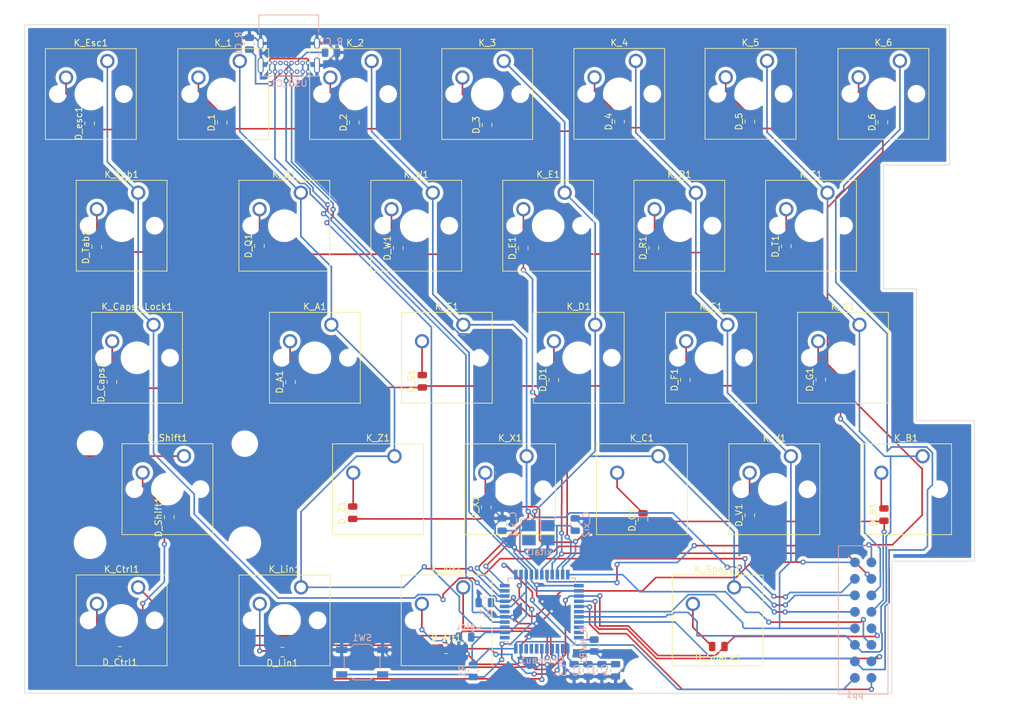
<source format=kicad_pcb>
(kicad_pcb (version 20211014) (generator pcbnew)
  (layers (0 "F.Cu" signal) (31 "B.Cu" signal) (34 "B.Paste" user) (35 "F.Paste" user) (36 "B.SilkS" user "B.Silkscreen") (37 "F.SilkS" user "F.Silkscreen") (38 "B.Mask" user) (39 "F.Mask" user) (44 "Edge.Cuts" user))
  (net 0 "")
  (net 1 "GND")
  (net 2 "Net-(0.1-Pad2)")
  (net 3 "V+")
  (net 5 "Net-(Cerveau1-Pad3)")
  (net 6 "Net-(Cerveau1-Pad4)")
  (net 7 "C0")
  (net 8 "C1")
  (net 9 "C2")
  (net 10 "C3")
  (net 11 "C7")
  (net 12 "Net-(Cerveau1-Pad13)")
  (net 13 "Net-(C_xi1-Pad1)")
  (net 14 "Net-(C_xi2-Pad1)")
  (net 15 "L0")
  (net 16 "L1")
  (net 17 "L2")
  (net 18 "L3")
  (net 19 "L5")
  (net 20 "L4")
  (net 21 "L6")
  (net 22 "L7")
  (net 23 "C4")
  (net 24 "C5")
  (net 25 "C6")
  (net 28 "Net-(Cerveau1-Pad33)")
  (net 29 "mod")
  (net 30 "alt")
  (net 31 "ctrl")
  (net 32 "shift")
  (net 36 "Net-(D_1-Pad2)")
  (net 37 "Net-(D_2-Pad2)")
  (net 38 "Net-(D_3-Pad2)")
  (net 39 "Net-(D_4-Pad2)")
  (net 40 "Net-(D_5-Pad2)")
  (net 41 "Net-(D_6-Pad2)")
  (net 42 "Net-(R_C1-Pad2)")
  (net 43 "Net-(R_C2-Pad2)")
  (net 46 "Net-(D_A1-Pad2)")
  (net 47 "Net-(D_Alt1-Pad2)")
  (net 48 "Net-(D_B1-Pad2)")
  (net 49 "Net-(D_C1-Pad2)")
  (net 50 "Net-(D_Caps1-Pad2)")
  (net 51 "Net-(D_Ctrl1-Pad2)")
  (net 52 "Net-(D_D1-Pad2)")
  (net 53 "Net-(D_E1-Pad2)")
  (net 54 "Net-(D_esc1-Pad2)")
  (net 55 "Net-(D_F1-Pad2)")
  (net 56 "Net-(D_G1-Pad2)")
  (net 57 "Net-(D_Lin1-Pad2)")
  (net 58 "Net-(D_Q1-Pad2)")
  (net 59 "Net-(D_R1-Pad2)")
  (net 60 "Net-(D_S1-Pad2)")
  (net 61 "Net-(D_Shift1-Pad2)")
  (net 62 "Net-(D_Space1-Pad2)")
  (net 63 "Net-(D_T1-Pad2)")
  (net 64 "Net-(D_Tab1-Pad2)")
  (net 65 "Net-(D_V1-Pad2)")
  (net 66 "Net-(D_W1-Pad2)")
  (net 67 "Net-(D_X1-Pad2)")
  (net 68 "Net-(D_Z1-Pad2)")
  (footprint "Capacitor_SMD:C_0805_2012Metric" (layer "F.Cu") (at 87.683068 120.177049)
    (fp_text reference "D_Alt1")
    (fp_text value "D")
  )
  (footprint "Capacitor_SMD:C_0805_2012Metric" (layer "F.Cu") (at 73.295589 99.223253 90)
    (fp_text reference "D_Z1")
    (fp_text value "D")
  )
  (footprint "Button_Switch_Keyboard:SW_Cherry_MX_1.00u_PCB" (layer "F.Cu") (at 105.890873 49.975766)
    (fp_text reference "K_E1")
    (fp_text value "KEYSW")
  )
  (footprint "Capacitor_SMD:C_0805_2012Metric" (layer "F.Cu") (at 124.452084 78.763012 90)
    (fp_text reference "D_F1")
    (fp_text value "D")
  )
  (footprint "Button_Switch_Keyboard:SW_Cherry_MX_1.00u_PCB" (layer "F.Cu") (at 90.306682 70.299673)
    (fp_text reference "K_S1")
    (fp_text value "KEYSW")
  )
  (footprint "Button_Switch_Keyboard:SW_Cherry_MX_1.00u_PCB" (layer "F.Cu") (at 55.920144 29.718)
    (fp_text reference "K_1")
    (fp_text value "KEYSW")
  )
  (footprint "Capacitor_SMD:C_0805_2012Metric" (layer "F.Cu") (at 80.294988 58.497891 90)
    (fp_text reference "D_W1")
    (fp_text value "D")
  )
  (footprint "Capacitor_SMD:C_0805_2012Metric" (layer "F.Cu") (at 32.835 39.305 90)
    (fp_text reference "D_esc1")
    (fp_text value "D")
  )
  (footprint "Capacitor_SMD:C_0805_2012Metric" (layer "F.Cu") (at 63.734613 79.108602 90)
    (fp_text reference "D_A1")
    (fp_text value "D")
  )
  (footprint "Capacitor_SMD:C_0805_2012Metric" (layer "F.Cu") (at 145.267223 78.736429 90)
    (fp_text reference "D_G1")
    (fp_text value "D")
  )
  (footprint "Capacitor_SMD:C_0805_2012Metric" (layer "F.Cu") (at 73.539 39.185 90)
    (fp_text reference "D_2")
    (fp_text value "D")
  )
  (footprint "Button_Switch_Keyboard:SW_Cherry_MX_1.00u_PCB" (layer "F.Cu") (at 140.682576 90.532304)
    (fp_text reference "K_V1")
    (fp_text value "KEYSW")
  )
  (footprint "Button_Switch_Keyboard:SW_Cherry_MX_1.50u_PCB" (layer "F.Cu") (at 90.278568 110.710049)
    (fp_text reference "K_Alt1")
    (fp_text value "KEYSW")
  )
  (footprint "Capacitor_SMD:C_0805_2012Metric" (layer "F.Cu") (at 154.996262 99.51308 90)
    (fp_text reference "D_B1")
    (fp_text value "D")
  )
  (footprint "Button_Switch_Keyboard:SW_Cherry_MX_1.00u_PCB" (layer "F.Cu") (at 120.306509 90.532304)
    (fp_text reference "K_C1")
    (fp_text value "KEYSW")
  )
  (footprint "Capacitor_SMD:C_0805_2012Metric" (layer "F.Cu") (at 134.36957 99.617144 90)
    (fp_text reference "D_V1")
    (fp_text value "D")
  )
  (footprint "Button_Switch_Keyboard:SW_Cherry_MX_1.00u_PCB" (layer "F.Cu") (at 96.52 29.718)
    (fp_text reference "K_3")
    (fp_text value "KEYSW")
  )
  (footprint "Button_Switch_Keyboard:SW_Cherry_MX_1.00u_PCB" (layer "F.Cu") (at 76.2 29.718)
    (fp_text reference "K_2")
    (fp_text value "KEYSW")
  )
  (footprint "Button_Switch_Keyboard:SW_Cherry_MX_1.50u_PCB" (layer "F.Cu") (at 40.299165 49.971483)
    (fp_text reference "K_Tab1")
    (fp_text value "KEYSW")
  )
  (footprint "Button_Switch_Keyboard:SW_Cherry_MX_1.00u_PCB" (layer "F.Cu") (at 157.45027 29.675006)
    (fp_text reference "K_6")
    (fp_text value "KEYSW")
  )
  (footprint "Button_Switch_Keyboard:SW_Cherry_MX_1.00u_PCB" (layer "F.Cu") (at 110.58786 70.297136)
    (fp_text reference "K_D1")
    (fp_text value "KEYSW")
  )
  (footprint "Capacitor_SMD:C_0805_2012Metric" (layer "F.Cu") (at 129.522244 119.817106 180)
    (fp_text reference "D_Space1")
    (fp_text value "D")
  )
  (footprint "Button_Switch_Keyboard:SW_Cherry_MX_1.00u_PCB" (layer "F.Cu") (at 116.829316 29.688489)
    (fp_text reference "K_4")
    (fp_text value "KEYSW")
  )
  (footprint "Button_Switch_Keyboard:SW_Cherry_MX_1.00u_PCB" (layer "F.Cu") (at 130.92646 70.297136)
    (fp_text reference "K_F1")
    (fp_text value "KEYSW")
  )
  (footprint "Button_Switch_Keyboard:SW_Cherry_MX_1.00u_PCB" (layer "F.Cu") (at 100.033932 90.532304)
    (fp_text reference "K_X1")
    (fp_text value "KEYSW")
  )
  (footprint "Capacitor_SMD:C_0805_2012Metric" (layer "F.Cu") (at 119.612474 58.471307 90)
    (fp_text reference "D_R1")
    (fp_text value "D")
  )
  (footprint "Capacitor_SMD:C_0805_2012Metric" (layer "F.Cu") (at 83.991493 78.995249 90)
    (fp_text reference "D_S1")
    (fp_text value "D")
  )
  (footprint "Button_Switch_Keyboard:SW_Cherry_MX_1.00u_PCB" (layer "F.Cu") (at 35.56 29.718)
    (fp_text reference "K_Esc1")
    (fp_text value "KEYSW")
  )
  (footprint "Button_Switch_Keyboard:SW_Cherry_MX_2.25u_PCB" (layer "F.Cu") (at 47.335762 90.51802)
    (fp_text reference "K_Shift1")
    (fp_text value "KEYSW")
  )
  (footprint "Button_Switch_Keyboard:SW_Cherry_MX_1.00u_PCB" (layer "F.Cu") (at 160.938653 90.532304)
    (fp_text reference "K_B1")
    (fp_text value "KEYSW")
  )
  (footprint "Capacitor_SMD:C_0805_2012Metric" (layer "F.Cu") (at 114.326316 39.033489 90)
    (fp_text reference "D_4")
    (fp_text value "D")
  )
  (footprint "Capacitor_SMD:C_0805_2012Metric" (layer "F.Cu") (at 36.273516 79.101584 90)
    (fp_text reference "D_Caps1")
    (fp_text value "D")
  )
  (footprint "Capacitor_SMD:C_0805_2012Metric" (layer "F.Cu") (at 93.955 39.557 90)
    (fp_text reference "D_3")
    (fp_text value "D")
  )
  (footprint "Capacitor_SMD:C_0805_2012Metric" (layer "F.Cu") (at 62.475929 120.671049 180)
    (fp_text reference "D_Lin1")
    (fp_text value "D")
  )
  (footprint "Capacitor_SMD:C_0805_2012Metric" (layer "F.Cu") (at 99.515098 58.497891 90)
    (fp_text reference "D_E1")
    (fp_text value "D")
  )
  (footprint "Button_Switch_Keyboard:SW_Cherry_MX_1.00u_PCB" (layer "F.Cu") (at 137.008949 29.675006)
    (fp_text reference "K_5")
    (fp_text value "KEYSW")
  )
  (footprint "Button_Switch_Keyboard:SW_Cherry_MX_1.00u_PCB" (layer "F.Cu") (at 65.318198 49.975766)
    (fp_text reference "K_Q1")
    (fp_text value "KEYSW")
  )
  (footprint "Capacitor_SMD:C_0805_2012Metric" (layer "F.Cu") (at 53.233144 39.183 90)
    (fp_text reference "D_1")
    (fp_text value "D")
  )
  (footprint "Capacitor_SMD:C_0805_2012Metric" (layer "F.Cu") (at 134.371949 39.020006 90)
    (fp_text reference "D_5")
    (fp_text value "D")
  )
  (footprint "Capacitor_SMD:C_0805_2012Metric" (layer "F.Cu") (at 104.221788 78.782578 90)
    (fp_text reference "D_D1")
    (fp_text value "D")
  )
  (footprint "Button_Switch_Keyboard:SW_Cherry_MX_1.00u_PCB" (layer "F.Cu") (at 85.608376 49.975766)
    (fp_text reference "K_W1")
    (fp_text value "KEYSW")
  )
  (footprint "Button_Switch_Keyboard:SW_Cherry_MX_1.00u_PCB" (layer "F.Cu") (at 151.225554 70.297136)
    (fp_text reference "K_G1")
    (fp_text value "KEYSW")
  )
  (footprint "Capacitor_SMD:C_0805_2012Metric" (layer "F.Cu") (at 37.489665 120.581049 180)
    (fp_text reference "D_Ctrl1")
    (fp_text value "D")
  )
  (footprint "Capacitor_SMD:C_0805_2012Metric" (layer "F.Cu") (at 33.932787 58.311804 90)
    (fp_text reference "D_Tab1")
    (fp_text value "D")
  )
  (footprint "Capacitor_SMD:C_0805_2012Metric" (layer "F.Cu") (at 139.975689 58.232052 90)
    (fp_text reference "D_T1")
    (fp_text value "D")
  )
  (footprint "Capacitor_SMD:C_0805_2012Metric" (layer "F.Cu") (at 45.095757 99.899441 90)
    (fp_text reference "D_Shift1")
    (fp_text value "D")
  )
  (footprint "Button_Switch_Keyboard:SW_Cherry_MX_2.75u_PCB" (layer "F.Cu") (at 131.959215 110.710049)
    (fp_text reference "K_Space1")
    (fp_text value "KEYSW")
  )
  (footprint "Capacitor_SMD:C_0805_2012Metric" (layer "F.Cu") (at 117.937509 100.265304 90)
    (fp_text reference "D_C1")
    (fp_text value "D")
  )
  (footprint "Capacitor_SMD:C_0805_2012Metric" (layer "F.Cu") (at 58.948172 58.152301 90)
    (fp_text reference "D_Q1")
    (fp_text value "D")
  )
  (footprint "Button_Switch_Keyboard:SW_Cherry_MX_1.00u_PCB" (layer "F.Cu") (at 146.3118 49.975766)
    (fp_text reference "K_T1")
    (fp_text value "KEYSW")
  )
  (footprint "Button_Switch_Keyboard:SW_Cherry_MX_1.00u_PCB" (layer "F.Cu") (at 126.066755 49.975766)
    (fp_text reference "K_R1")
    (fp_text value "KEYSW")
  )
  (footprint "Button_Switch_Keyboard:SW_Cherry_MX_1.50u_PCB" (layer "F.Cu") (at 40.299165 110.710049)
    (fp_text reference "K_Ctrl1")
    (fp_text value "KEYSW")
  )
  (footprint "Button_Switch_Keyboard:SW_Cherry_MX_1.00u_PCB" (layer "F.Cu") (at 65.350929 110.710049)
    (fp_text reference "K_Lin1")
    (fp_text value "KEYSW")
  )
  (footprint "Button_Switch_Keyboard:SW_Cherry_MX_1.75u_PCB" (layer "F.Cu") (at 42.658987 70.299673)
    (fp_text reference "K_Caps-Lock1")
    (fp_text value "KEYSW")
  )
  (footprint "Capacitor_SMD:C_0805_2012Metric" (layer "F.Cu") (at 93.839574 98.393838 90)
    (fp_text reference "D_X1")
    (fp_text value "D")
  )
  (footprint "Button_Switch_Keyboard:SW_Cherry_MX_1.00u_PCB" (layer "F.Cu") (at 70.014513 70.299673)
    (fp_text reference "K_A1")
    (fp_text value "KEYSW")
  )
  (footprint "Capacitor_SMD:C_0805_2012Metric" (layer "F.Cu") (at 154.83127 39.140006 90)
    (fp_text reference "D_6")
    (fp_text value "D")
  )
  (footprint "Button_Switch_Keyboard:SW_Cherry_MX_1.00u_PCB" (layer "F.Cu") (at 79.716815 90.532304)
    (fp_text reference "K_Z1")
    (fp_text value "KEYSW")
  )
  (footprint "Resistor_SMD:R_0805_2012Metric" (layer "B.Cu") (at 57.41136 27.036536 -90)
    (fp_text reference "R_C1")
    (fp_text value "220")
  )
  (footprint "Crystal:Crystal_SMD_SeikoEpson_TSX3225-4Pin_3.2x2.5mm_HandSoldering" (layer "B.Cu") (at 101.843142 102.303848)
    (fp_text reference "xital1")
    (fp_text value "XTAL_GND")
  )
  (footprint "Capacitor_SMD:C_0805_2012Metric" (layer "B.Cu") (at 96.265456 101.045109 90)
    (fp_text reference "C_xi1")
    (fp_text value "22p")
  )
  (footprint "Capacitor_SMD:C_0805_2012Metric" (layer "B.Cu") (at 111.610689 123.486091 -90)
    (fp_text reference "C1")
    (fp_text value "0.1u")
  )
  (footprint "perso:16pin_pad" (layer "B.Cu") (at 150.524467 127.181521 180)
    (fp_text reference "pp1")
    (fp_text value "16pin_pad")
  )
  (footprint "Capacitor_SMD:C_0805_2012Metric" (layer "B.Cu") (at 109.483982 123.486091 -90)
    (fp_text reference "C2")
    (fp_text value "0.1u")
  )
  (footprint "Package_QFP:TQFP-44_10x10mm_P0.8mm" (layer "B.Cu") (at 102.374811 114.453316)
    (fp_text reference "Cerveau1")
    (fp_text value "ATMEGA32U4")
  )
  (footprint "Button_Switch_SMD:SW_SPST_TL3342" (layer "B.Cu") (at 74.740706 122.220764 180)
    (fp_text reference "SW1")
    (fp_text value "SW_PUSH")
  )
  (footprint "Capacitor_SMD:C_0805_2012Metric" (layer "B.Cu") (at 107.506349 101.046305 90)
    (fp_text reference "C_xi2")
    (fp_text value "22p")
  )
  (footprint "Resistor_SMD:R_0805_2012Metric" (layer "B.Cu") (at 69.952922 28.382592 180)
    (fp_text reference "R_C2")
    (fp_text value "220")
  )
  (footprint "Connector_USB:USB_C_Receptacle_GCT_USB4085" (layer "B.Cu") (at 60.487914 31.353386)
    (fp_text reference "USB_C1")
    (fp_text value "USB_C_Receptacle_USB2.0")
  )
  (footprint "Capacitor_SMD:C_0805_2012Metric" (layer "B.Cu") (at 113.715242 123.486091 -90)
    (fp_text reference "C4")
    (fp_text value "0.1u")
  )
  (footprint "Capacitor_SMD:C_0805_2012Metric" (layer "B.Cu") (at 93.613208 113.05596)
    (fp_text reference "0.1")
    (fp_text value "C")
  )
  (footprint "Resistor_SMD:R_0805_2012Metric" (layer "B.Cu") (at 110.427759 119.667635 -90)
    (fp_text reference "R_HWB1")
    (fp_text value "10k")
  )
  (footprint "Resistor_SMD:R_0805_2012Metric" (layer "B.Cu") (at 91.821687 123.592103 -90)
    (fp_text reference "R1")
    (fp_text value "10k")
  )
  (footprint "Capacitor_SMD:C_0805_2012Metric" (layer "B.Cu") (at 90.571143 118.363888 180)
    (fp_text reference "Cglob1")
    (fp_text value "4.7u")
  )
  (footprint "Capacitor_SMD:C_0805_2012Metric" (layer "B.Cu") (at 107.335122 123.486091 -90)
    (fp_text reference "C3")
    (fp_text value "0.1u")
  )
  (gr_line (start 156.21 127) (end 22.86 127) (layer "Edge.Cuts") (width 0.1))
  (gr_line (start 22.86 127) (end 22.86 24.13) (layer "Edge.Cuts") (width 0.1))
  (gr_line (start 165.1 24.13) (end 165.1 45.72) (layer "Edge.Cuts") (width 0.1))
  (gr_line (start 160.02 64.77) (end 160.02 85.09) (layer "Edge.Cuts") (width 0.1))
  (gr_line (start 160.02 85.09) (end 168.91 85.09) (layer "Edge.Cuts") (width 0.1))
  (gr_line (start 154.94 45.72) (end 154.94 64.77) (layer "Edge.Cuts") (width 0.1))
  (gr_line (start 156.21 106.68) (end 156.21 127) (layer "Edge.Cuts") (width 0.1))
  (gr_line (start 22.86 24.13) (end 165.1 24.13) (layer "Edge.Cuts") (width 0.1))
  (gr_line (start 154.94 64.77) (end 160.02 64.77) (layer "Edge.Cuts") (width 0.1))
  (gr_line (start 165.1 45.72) (end 154.94 45.72) (layer "Edge.Cuts") (width 0.1))
  (gr_line (start 168.91 85.09) (end 168.91 106.68) (layer "Edge.Cuts") (width 0.1))
  (gr_line (start 168.91 106.68) (end 156.21 106.68) (layer "Edge.Cuts") (width 0.1))
  (segment (start 99.121828 119.630293) (end 99.121828 122.027657) (width 0.25) (layer "F.Cu") (net 1))
  (segment (start 60.487914 29.508412) (end 60.667451 29.328875) (width 0.25) (layer "F.Cu") (net 1))
  (segment (start 92.508375 122.553119) (end 98.596366 122.553119) (width 0.25) (layer "F.Cu") (net 1))
  (segment (start 66.264421 29.328875) (end 66.437914 29.502368) (width 0.25) (layer "F.Cu") (net 1))
  (segment (start 103.172991 122.617383) (end 103.198631 122.591743) (width 0.25) (layer "F.Cu") (net 1))
  (segment (start 98.596366 122.553119) (end 99.121828 122.027657) (width 0.25) (layer "F.Cu") (net 1))
  (segment (start 104.847006 104.549429) (end 104.988027 104.408408) (width 0.25) (layer "F.Cu") (net 1))
  (segment (start 101.981703 116.29007) (end 101.557654 116.29007) (width 0.25) (layer "F.Cu") (net 1))
  (segment (start 60.667451 29.328875) (end 66.264421 29.328875) (width 0.25) (layer "F.Cu") (net 1))
  (segment (start 100.416662 118.335459) (end 99.121828 119.630293) (width 0.25) (layer "F.Cu") (net 1))
  (segment (start 100.106162 105.192919) (end 104.203516 105.192919) (width 0.25) (layer "F.Cu") (net 1))
  (segment (start 98.858438 116.29007) (end 101.557654 116.29007) (width 0.25) (layer "F.Cu") (net 1))
  (segment (start 103.876724 114.395049) (end 101.981703 116.29007) (width 0.25) (layer "F.Cu") (net 1))
  (segment (start 66.437914 29.502368) (end 66.437914 30.003386) (width 0.25) (layer "F.Cu") (net 1))
  (segment (start 104.988027 104.408408) (end 109.513535 104.408408) (width 0.25) (layer "F.Cu") (net 1))
  (segment (start 101.58711 110.341017) (end 101.58711 112.028515) (width 0.25) (layer "F.Cu") (net 1))
  (segment (start 101.65643 122.617383) (end 103.172991 122.617383) (width 0.25) (layer "F.Cu") (net 1))
  (segment (start 60.487914 30.003386) (end 60.487914 29.508412) (width 0.25) (layer "F.Cu") (net 1))
  (segment (start 109.513535 104.408408) (end 109.962239 103.959704) (width 0.25) (layer "F.Cu") (net 1))
  (segment (start 98.802781 105.192919) (end 98.151091 104.541229) (width 0.25) (layer "F.Cu") (net 1))
  (segment (start 109.962239 103.959704) (end 109.962239 102.626409) (width 0.25) (layer "F.Cu") (net 1))
  (segment (start 101.58711 112.028515) (end 102.461381 112.902786) (width 0.25) (layer "F.Cu") (net 1))
  (segment (start 104.203516 105.192919) (end 104.847006 104.549429) (width 0.25) (layer "F.Cu") (net 1))
  (segment (start 100.106162 105.192919) (end 98.802781 105.192919) (width 0.25) (layer "F.Cu") (net 1))
  (segment (start 97.865455 115.297087) (end 98.858438 116.29007) (width 0.25) (layer "F.Cu") (net 1))
  (segment (start 90.892787 120.937531) (end 92.508375 122.553119) (width 0.25) (layer "F.Cu") (net 1))
  (via (at 90.892787 120.937531) (size 0.8) (drill 0.4) (layers "F.Cu" "B.Cu") (net 1))
  (via (at 101.58711 110.341017) (size 0.8) (drill 0.4) (layers "F.Cu" "B.Cu") (net 1))
  (via (at 103.876724 114.395049) (size 0.8) (drill 0.4) (layers "F.Cu" "B.Cu") (net 1))
  (via (at 103.198631 122.591743) (size 0.8) (drill 0.4) (layers "F.Cu" "B.Cu") (net 1))
  (via (at 109.962239 102.626409) (size 0.8) (drill 0.4) (layers "F.Cu" "B.Cu") (net 1))
  (via (at 100.416662 118.335459) (size 0.8) (drill 0.4) (layers "F.Cu" "B.Cu") (net 1))
  (via (at 102.461381 112.902786) (size 0.8) (drill 0.4) (layers "F.Cu" "B.Cu") (net 1))
  (via (at 97.865455 115.297087) (size 0.8) (drill 0.4) (layers "F.Cu" "B.Cu") (net 1))
  (via (at 101.557654 116.29007) (size 0.8) (drill 0.4) (layers "F.Cu" "B.Cu") (net 1))
  (via (at 101.65643 122.617383) (size 0.8) (drill 0.4) (layers "F.Cu" "B.Cu") (net 1))
  (via (at 100.106162 105.192919) (size 0.8) (drill 0.4) (layers "F.Cu" "B.Cu") (net 1))
  (via (at 98.151091 104.541229) (size 0.8) (drill 0.4) (layers "F.Cu" "B.Cu") (net 1))
  (via (at 99.121828 122.027657) (size 0.8) (drill 0.4) (layers "F.Cu" "B.Cu") (net 1))
  (segment (start 80.53647 122.966528) (end 89.621143 122.966528) (width 0.25) (layer "B.Cu") (net 1))
  (segment (start 90.990501 71.724184) (end 89.716629 71.724184) (width 0.25) (layer "B.Cu") (net 1))
  (segment (start 98.151091 105.419856) (end 100.774811 108.043576) (width 0.25) (layer "B.Cu") (net 1))
  (segment (start 95.191777 102.458923) (end 95.191777 101.168788) (width 0.25) (layer "B.Cu") (net 1))
  (segment (start 100.774811 109.753316) (end 101.474811 110.453316) (width 0.25) (layer "B.Cu") (net 1))
  (segment (start 98.151091 104.541229) (end 97.274083 104.541229) (width 0.25) (layer "B.Cu") (net 1))
  (segment (start 110.427759 120.580135) (end 111.426131 121.578507) (width 0.25) (layer "B.Cu") (net 1))
  (segment (start 101.557654 117.194467) (end 100.416662 118.335459) (width 0.25) (layer "B.Cu") (net 1))
  (segment (start 101.474811 110.453316) (end 101.58711 110.341017) (width 0.25) (layer "B.Cu") (net 1))
  (segment (start 90.892787 119.635532) (end 90.892787 120.937531) (width 0.25) (layer "B.Cu") (net 1))
  (segment (start 109.962239 102.552195) (end 107.506349 100.096305) (width 0.25) (layer "B.Cu") (net 1))
  (segment (start 103.198631 122.94019) (end 104.694532 124.436091) (width 0.25) (layer "B.Cu") (net 1))
  (segment (start 95.119411 75.853094) (end 90.990501 71.724184) (width 0.25) (layer "B.Cu") (net 1))
  (segment (start 101.491571 105.192919) (end 100.106162 105.192919) (width 0.25) (layer "B.Cu") (net 1))
  (segment (start 66.437914 30.003386) (end 66.437914 31.353386) (width 0.25) (layer "B.Cu") (net 1))
  (segment (start 58.268564 26.124036) (end 59.137914 26.993386) (width 0.25) (layer "B.Cu") (net 1))
  (segment (start 97.821684 115.253316) (end 97.865455 115.297087) (width 0.25) (layer "B.Cu") (net 1))
  (segment (start 68.874628 30.373386) (end 70.865422 28.382592) (width 0.25) (layer "B.Cu") (net 1))
  (segment (start 104.694532 124.436091) (end 107.335122 124.436091) (width 0.25) (layer "B.Cu") (net 1))
  (segment (start 109.483982 124.436091) (end 111.610689 124.436091) (width 0.25) (layer "B.Cu") (net 1))
  (segment (start 96.674811 115.253316) (end 97.821684 115.253316) (width 0.25) (layer "B.Cu") (net 1))
  (segment (start 57.41136 26.124036) (end 58.268564 26.124036) (width 0.25) (layer "B.Cu") (net 1))
  (segment (start 107.335122 124.436091) (end 105.574811 122.67578) (width 0.25) (layer "B.Cu") (net 1))
  (segment (start 64.510042 45.215052) (end 64.479201 45.215052) (width 0.25) (layer "B.Cu") (net 1))
  (segment (start 115.075753 121.578507) (end 115.075753 123.07558) (width 0.25) (layer "B.Cu") (net 1))
  (segment (start 71.227779 51.932789) (end 64.510042 45.215052) (width 0.25) (layer "B.Cu") (net 1))
  (segment (start 111.610689 124.436091) (end 113.715242 124.436091) (width 0.25) (layer "B.Cu") (net 1))
  (segment (start 59.507914 30.003386) (end 59.137914 30.373386) (width 0.25) (layer "B.Cu") (net 1))
  (segment (start 115.075753 123.07558) (end 113.715242 124.436091) (width 0.25) (layer "B.Cu") (net 1))
  (segment (start 67.417914 30.003386) (end 67.787914 30.373386) (width 0.25) (layer "B.Cu") (net 1))
  (segment (start 102.461381 112.979706) (end 103.876724 114.395049) (width 0.25) (layer "B.Cu") (net 1))
  (segment (start 71.227779 53.235334) (end 71.227779 51.932789) (width 0.25) (layer "B.Cu") (net 1))
  (segment (start 99.121828 122.027657) (end 99.711554 122.617383) (width 0.25) (layer "B.Cu") (net 1))
  (segment (start 69.476216 26.993386) (end 70.865422 28.382592) (width 0.25) (layer "B.Cu") (net 1))
  (segment (start 103.293142 103.391348) (end 101.491571 105.192919) (width 0.25) (layer "B.Cu") (net 1))
  (segment (start 98.151091 104.541229) (end 98.151091 105.419856) (width 0.25) (layer "B.Cu") (net 1))
  (segment (start 67.787914 30.373386) (end 68.874628 30.373386) (width 0.25) (layer "B.Cu") (net 1))
  (segment (start 67.787914 26.993386) (end 69.476216 26.993386) (width 0.25) (layer "B.Cu") (net 1))
  (segment (start 71.590706 120.320764) (end 77.890706 120.320764) (width 0.25) (layer "B.Cu") (net 1))
  (segment (start 66.317155 31.912823) (end 66.317155 31.474145) (width 0.25) (layer "B.Cu") (net 1))
  (segment (start 92.663208 113.05596) (end 94.860564 115.253316) (width 0.25) (layer "B.Cu") (net 1))
  (segment (start 101.474811 110.453316) (end 108.074811 110.453316) (width 0.25) (layer "B.Cu") (net 1))
  (segment (start 105.574811 122.67578) (end 105.574811 120.153316) (width 0.25) (layer "B.Cu") (net 1))
  (segment (start 99.711554 122.617383) (end 101.65643 122.617383) (width 0.25) (layer "B.Cu") (net 1))
  (segment (start 60.487914 30.003386) (end 60.487914 31.353386) (width 0.25) (layer "B.Cu") (net 1))
  (segment (start 89.621143 122.966528) (end 89.621143 118.363888) (width 0.25) (layer "B.Cu") (net 1))
  (segment (start 77.890706 120.320764) (end 80.53647 122.966528) (width 0.25) (layer "B.Cu") (net 1))
  (segment (start 102.461381 112.902786) (end 102.461381 112.979706) (width 0.25) (layer "B.Cu") (net 1))
  (segment (start 96.265456 100.095109) (end 95.119411 98.949064) (width 0.25) (layer "B.Cu") (net 1))
  (segment (start 66.437914 30.003386) (end 67.417914 30.003386) (width 0.25) (layer "B.Cu") (net 1))
  (segment (start 99.121828 120.206299) (end 99.174811 120.153316) (width 0.25) (layer "B.Cu") (net 1))
  (segment (start 103.198631 122.591743) (end 103.198631 122.94019) (width 0.25) (layer "B.Cu") (net 1))
  (segment (start 94.860564 115.253316) (end 96.674811 115.253316) (width 0.25) (layer "B.Cu") (net 1))
  (segment (start 95.119411 98.949064) (end 95.119411 75.853094) (width 0.25) (layer "B.Cu") (net 1))
  (segment (start 59.137914 26.993386) (end 59.137914 30.373386) (width 0.25) (layer "B.Cu") (net 1))
  (segment (start 100.774811 108.753316) (end 100.774811 109.753316) (width 0.25) (layer "B.Cu") (net 1))
  (segment (start 89.621143 118.363888) (end 90.892787 119.635532) (width 0.25) (layer "B.Cu") (net 1))
  (segment (start 111.426131 121.578507) (end 115.075753 121.578507) (width 0.25) (layer "B.Cu") (net 1))
  (segment (start 89.716629 71.724184) (end 71.227779 53.235334) (width 0.25) (layer "B.Cu") (net 1))
  (segment (start 95.191777 101.168788) (end 96.265456 100.095109) (width 0.25) (layer "B.Cu") (net 1))
  (segment (start 97.274083 104.541229) (end 95.191777 102.458923) (width 0.25) (layer "B.Cu") (net 1))
  (segment (start 107.335122 124.436091) (end 109.483982 124.436091) (width 0.25) (layer "B.Cu") (net 1))
  (segment (start 66.317155 31.474145) (end 66.437914 31.353386) (width 0.25) (layer "B.Cu") (net 1))
  (segment (start 101.557654 116.29007) (end 101.557654 117.194467) (width 0.25) (layer "B.Cu") (net 1))
  (segment (start 64.479201 45.215052) (end 64.479201 33.750777) (width 0.25) (layer "B.Cu") (net 1))
  (segment (start 60.487914 30.003386) (end 59.507914 30.003386) (width 0.25) (layer "B.Cu") (net 1))
  (segment (start 109.962239 102.626409) (end 109.962239 102.552195) (width 0.25) (layer "B.Cu") (net 1))
  (segment (start 100.774811 108.043576) (end 100.774811 108.753316) (width 0.25) (layer "B.Cu") (net 1))
  (segment (start 99.121828 122.027657) (end 99.121828 120.206299) (width 0.25) (layer "B.Cu") (net 1))
  (segment (start 64.479201 33.750777) (end 66.317155 31.912823) (width 0.25) (layer "B.Cu") (net 1))
  (segment (start 95.960564 114.453316) (end 96.674811 114.453316) (width 0.25) (layer "B.Cu") (net 2))
  (segment (start 94.563208 113.05596) (end 95.960564 114.453316) (width 0.25) (layer "B.Cu") (net 2))
  (segment (start 99.974811 115.075282) (end 97.396777 117.653316) (width 0.25) (layer "B.Cu") (net 3))
  (segment (start 99.974811 108.753316) (end 99.974811 115.075282) (width 0.25) (layer "B.Cu") (net 3))
  (segment (start 99.974811 108.753316) (end 99.974811 111.353316) (width 0.25) (layer "B.Cu") (net 3))
  (segment (start 99.974811 109.753316) (end 99.974811 108.753316) (width 0.25) (layer "B.Cu") (net 3))
  (segment (start 91.657619 122.515535) (end 91.821687 122.679603) (width 0.25) (layer "B.Cu") (net 3))
  (segment (start 106.374811 119.466208) (end 106.374811 120.153316) (width 0.25) (layer "B.Cu") (net 3))
  (segment (start 93.644218 117.653316) (end 93.040818 118.256715) (width 0.25) (layer "B.Cu") (net 3))
  (segment (start 99.974811 111.353316) (end 97.674811 113.653316) (width 0.25) (layer "B.Cu") (net 3))
  (segment (start 97.674811 113.653316) (end 96.674811 113.653316) (width 0.25) (layer "B.Cu") (net 3))
  (segment (start 65.587914 31.353386) (end 65.587914 30.003386) (width 0.25) (layer "B.Cu") (net 3))
  (segment (start 98.374811 119.279294) (end 98.5753 119.078805) (width 0.25) (layer "B.Cu") (net 3))
  (segment (start 111.610689 122.536091) (end 113.715242 122.536091) (width 0.25) (layer "B.Cu") (net 3))
  (segment (start 106.374811 120.153316) (end 106.374811 121.57578) (width 0.25) (layer "B.Cu") (net 3))
  (segment (start 93.040818 118.256715) (end 91.657619 119.639915) (width 0.25) (layer "B.Cu") (net 3))
  (segment (start 61.337914 31.353386) (end 61.337914 44.727855) (width 0.25) (layer "B.Cu") (net 3))
  (segment (start 106.374811 121.57578) (end 107.335122 122.536091) (width 0.25) (layer "B.Cu") (net 3))
  (segment (start 61.517451 32.027897) (end 65.408377 32.027897) (width 0.25) (layer "B.Cu") (net 3))
  (segment (start 66.742709 50.13265) (end 91.189411 74.579352) (width 0.25) (layer "B.Cu") (net 3))
  (segment (start 65.408377 32.027897) (end 65.587914 31.84836) (width 0.25) (layer "B.Cu") (net 3))
  (segment (start 91.189411 74.579352) (end 91.189411 99.093894) (width 0.25) (layer "B.Cu") (net 3))
  (segment (start 97.396777 117.653316) (end 96.674811 117.653316) (width 0.25) (layer "B.Cu") (net 3))
  (segment (start 91.521143 118.363888) (end 92.933645 118.363888) (width 0.25) (layer "B.Cu") (net 3))
  (segment (start 61.337914 31.353386) (end 61.337914 30.003386) (width 0.25) (layer "B.Cu") (net 3))
  (segment (start 61.337914 44.727855) (end 65.161314 48.551255) (width 0.25) (layer "B.Cu") (net 3))
  (segment (start 105.987408 119.078805) (end 106.374811 119.466208) (width 0.25) (layer "B.Cu") (net 3))
  (segment (start 98.374811 120.153316) (end 98.374811 119.279294) (width 0.25) (layer "B.Cu") (net 3))
  (segment (start 96.674811 117.653316) (end 93.644218 117.653316) (width 0.25) (layer "B.Cu") (net 3))
  (segment (start 98.5753 119.078805) (end 105.987408 119.078805) (width 0.25) (layer "B.Cu") (net 3))
  (segment (start 91.657619 119.639915) (end 91.657619 122.515535) (width 0.25) (layer "B.Cu") (net 3))
  (segment (start 61.337914 31.353386) (end 61.337914 31.84836) (width 0.25) (layer "B.Cu") (net 3))
  (segment (start 65.161314 48.551255) (end 65.908251 48.551255) (width 0.25) (layer "B.Cu") (net 3))
  (segment (start 91.821687 122.679603) (end 94.347974 120.153316) (width 0.25) (layer "B.Cu") (net 3))
  (segment (start 99.974811 107.879294) (end 99.974811 108.753316) (width 0.25) (layer "B.Cu") (net 3))
  (segment (start 91.189411 99.093894) (end 99.974811 107.879294) (width 0.25) (layer "B.Cu") (net 3))
  (segment (start 94.347974 120.153316) (end 98.374811 120.153316) (width 0.25) (layer "B.Cu") (net 3))
  (segment (start 109.483982 122.536091) (end 111.610689 122.536091) (width 0.25) (layer "B.Cu") (net 3))
  (segment (start 101.474811 111.253316) (end 99.974811 109.753316) (width 0.25) (layer "B.Cu") (net 3))
  (segment (start 61.337914 31.84836) (end 61.517451 32.027897) (width 0.25) (layer "B.Cu") (net 3))
  (segment (start 107.335122 122.536091) (end 109.483982 122.536091) (width 0.25) (layer "B.Cu") (net 3))
  (segment (start 108.074811 111.253316) (end 101.474811 111.253316) (width 0.25) (layer "B.Cu") (net 3))
  (segment (start 65.587914 31.84836) (end 65.587914 31.353386) (width 0.25) (layer "B.Cu") (net 3))
  (segment (start 66.742709 49.385713) (end 66.742709 50.13265) (width 0.25) (layer "B.Cu") (net 3))
  (segment (start 92.933645 118.363888) (end 93.040818 118.256715) (width 0.25) (layer "B.Cu") (net 3))
  (segment (start 65.908251 48.551255) (end 66.742709 49.385713) (width 0.25) (layer "B.Cu") (net 3))
  (segment (start 63.887914 33.289325) (end 63.896916 33.298327) (width 0.25) (layer "F.Cu") (net 5))
  (segment (start 63.887914 31.353386) (end 63.887914 33.289325) (width 0.25) (layer "F.Cu") (net 5))
  (segment (start 70.278415 53.641006) (end 69.319956 54.599465) (width 0.25) (layer "F.Cu") (net 5))
  (segment (start 70.278415 52.545953) (end 70.278415 53.641006) (width 0.25) (layer "F.Cu") (net 5))
  (via (at 70.278415 52.545953) (size 0.8) (drill 0.4) (layers "F.Cu" "B.Cu") (net 5))
  (via (at 69.319956 54.599465) (size 0.8) (drill 0.4) (layers "F.Cu" "B.Cu") (net 5))
  (via (at 63.896916 33.298327) (size 0.8) (drill 0.4) (layers "F.Cu" "B.Cu") (net 5))
  (segment (start 92.311354 117.01457) (end 89.688515 114.391731) (width 0.25) (layer "B.Cu") (net 5))
  (segment (start 63.896916 45.268485) (end 67.258731 48.6303) (width 0.25) (layer "B.Cu") (net 5))
  (segment (start 67.258731 48.6303) (end 67.289572 48.6303) (width 0.25) (layer "B.Cu") (net 5))
  (segment (start 85.392161 107.838206) (end 85.392161 70.67167) (width 0.25) (layer "B.Cu") (net 5))
  (segment (start 63.896916 33.298327) (end 63.896916 45.268485) (width 0.25) (layer "B.Cu") (net 5))
  (segment (start 85.392161 70.67167) (end 69.319956 54.599465) (width 0.25) (layer "B.Cu") (net 5))
  (segment (start 63.887914 31.001499) (end 63.887914 31.353386) (width 0.25) (layer "B.Cu") (net 5))
  (segment (start 63.037914 30.151499) (end 63.887914 31.001499) (width 0.25) (layer "B.Cu") (net 5))
  (segment (start 96.674811 116.853316) (end 96.513557 117.01457) (width 0.25) (layer "B.Cu") (net 5))
  (segment (start 63.037914 30.003386) (end 63.037914 30.151499) (width 0.25) (layer "B.Cu") (net 5))
  (segment (start 67.289572 48.6303) (end 70.278415 51.619143) (width 0.25) (layer "B.Cu") (net 5))
  (segment (start 96.513557 117.01457) (end 92.311354 117.01457) (width 0.25) (layer "B.Cu") (net 5))
  (segment (start 89.688515 112.13456) (end 85.392161 107.838206) (width 0.25) (layer "B.Cu") (net 5))
  (segment (start 70.278415 51.619143) (end 70.278415 52.545953) (width 0.25) (layer "B.Cu") (net 5))
  (segment (start 89.688515 114.391731) (end 89.688515 112.13456) (width 0.25) (layer "B.Cu") (net 5))
  (segment (start 63.037914 32.744456) (end 63.045855 32.752397) (width 0.25) (layer "F.Cu") (net 6))
  (segment (start 63.887914 30.10729) (end 63.887914 30.003386) (width 0.25) (layer "F.Cu") (net 6))
  (segment (start 69.444802 52.581076) (end 68.805669 53.220209) (width 0.25) (layer "F.Cu") (net 6))
  (segment (start 69.444802 51.810144) (end 69.444802 52.581076) (width 0.25) (layer "F.Cu") (net 6))
  (segment (start 63.037914 30.95729) (end 63.887914 30.10729) (width 0.25) (layer "F.Cu") (net 6))
  (segment (start 63.037914 31.353386) (end 63.037914 32.744456) (width 0.25) (layer "F.Cu") (net 6))
  (segment (start 63.037914 31.353386) (end 63.037914 30.95729) (width 0.25) (layer "F.Cu") (net 6))
  (via (at 63.045855 32.752397) (size 0.8) (drill 0.4) (layers "F.Cu" "B.Cu") (net 6))
  (via (at 68.805669 53.220209) (size 0.8) (drill 0.4) (layers "F.Cu" "B.Cu") (net 6))
  (via (at 69.444802 51.810144) (size 0.8) (drill 0.4) (layers "F.Cu" "B.Cu") (net 6))
  (segment (start 91.703079 109.927694) (end 91.703079 114.424461) (width 0.25) (layer "B.Cu") (net 6))
  (segment (start 91.859046 114.580428) (end 92.296454 114.580428) (width 0.25) (layer "B.Cu") (net 6))
  (segment (start 90.704517 74.959427) (end 90.704517 108.929132) (width 0.25) (layer "B.Cu") (net 6))
  (segment (start 94.816932 116.053316) (end 96.674811 116.053316) (width 0.25) (layer "B.Cu") (net 6))
  (segment (start 67.192229 49.199516) (end 67.192229 49.707096) (width 0.25) (layer "B.Cu") (net 6))
  (segment (start 91.703079 114.424461) (end 91.859046 114.580428) (width 0.25) (layer "B.Cu") (net 6))
  (segment (start 96.779889 116.053316) (end 96.674811 116.053316) (width 0.25) (layer "B.Cu") (net 6))
  (segment (start 90.704517 108.929132) (end 91.703079 109.927694) (width 0.25) (layer "B.Cu") (net 6))
  (segment (start 67.192229 49.707096) (end 69.295277 51.810144) (width 0.25) (layer "B.Cu") (net 6))
  (segment (start 69.295277 51.810144) (end 69.444802 51.810144) (width 0.25) (layer "B.Cu") (net 6))
  (segment (start 93.329144 114.565528) (end 94.816932 116.053316) (width 0.25) (layer "B.Cu") (net 6))
  (segment (start 68.805669 53.220209) (end 68.965299 53.220209) (width 0.25) (layer "B.Cu") (net 6))
  (segment (start 92.296454 114.580428) (end 92.311354 114.565528) (width 0.25) (layer "B.Cu") (net 6))
  (segment (start 63.045855 45.053142) (end 67.192229 49.199516) (width 0.25) (layer "B.Cu") (net 6))
  (segment (start 92.311354 114.565528) (end 93.329144 114.565528) (width 0.25) (layer "B.Cu") (net 6))
  (segment (start 63.045855 32.752397) (end 63.045855 45.053142) (width 0.25) (layer "B.Cu") (net 6))
  (segment (start 68.965299 53.220209) (end 90.704517 74.959427) (width 0.25) (layer "B.Cu") (net 6))
  (segment (start 91.727568 109.285538) (end 89.688515 109.285538) (width 0.25) (layer "F.Cu") (net 7))
  (segment (start 117.852078 111.258979) (end 105.37983 111.258979) (width 0.25) (layer "F.Cu") (net 7))
  (segment (start 98.024311 112.500217) (end 98.024311 112.279218) (width 0.25) (layer "F.Cu") (net 7))
  (segment (start 100.550433 115.157941) (end 97.95851 112.566018) (width 0.25) (layer "F.Cu") (net 7))
  (segment (start 132.237516 109.198732) (end 119.912325 109.198732) (width 0.25) (layer "F.Cu") (net 7))
  (segment (start 92.427579 109.985549) (end 91.727568 109.285538) (width 0.25) (layer "F.Cu") (net 7))
  (segment (start 97.95851 112.566018) (end 98.024311 112.500217) (width 0.25) (layer "F.Cu") (net 7))
  (segment (start 101.480868 115.157941) (end 100.550433 115.157941) (width 0.25) (layer "F.Cu") (net 7))
  (segment (start 142.552887 106.828341) (end 134.607907 106.828341) (width 0.25) (layer "F.Cu") (net 7))
  (segment (start 105.37983 111.258979) (end 101.480868 115.157941) (width 0.25) (layer "F.Cu") (net 7))
  (segment (start 134.607907 106.828341) (end 132.237516 109.198732) (width 0.25) (layer "F.Cu") (net 7))
  (segment (start 89.688515 109.285538) (end 87.185591 111.788462) (width 0.25) (layer "F.Cu") (net 7))
  (segment (start 119.912325 109.198732) (end 117.852078 111.258979) (width 0.25) (layer "F.Cu") (net 7))
  (segment (start 87.185591 111.788462) (end 87.185591 112.594753) (width 0.25) (layer "F.Cu") (net 7))
  (via (at 92.427579 109.985549) (size 0.8) (drill 0.4) (layers "F.Cu" "B.Cu") (net 7))
  (via (at 98.024311 112.279218) (size 0.8) (drill 0.4) (layers "F.Cu" "B.Cu") (net 7))
  (via (at 87.185591 112.594753) (size 0.8) (drill 0.4) (layers "F.Cu" "B.Cu") (net 7))
  (via (at 142.552887 106.828341) (size 0.8) (drill 0.4) (layers "F.Cu" "B.Cu") (net 7))
  (segment (start 94.44847 112.00644) (end 95.051181 112.00644) (width 0.25) (layer "B.Cu") (net 7))
  (segment (start 95.051181 112.00644) (end 95.387728 112.342987) (width 0.25) (layer "B.Cu") (net 7))
  (segment (start 142.586067 106.861521) (end 142.552887 106.828341) (width 0.25) (layer "B.Cu") (net 7))
  (segment (start 40.299165 67.939851) (end 42.658987 70.299673) (width 0.25) (layer "B.Cu") (net 7))
  (segment (start 97.450213 112.853316) (end 96.674811 112.853316) (width 0.25) (layer "B.Cu") (net 7))
  (segment (start 48.921799 99.447924) (end 61.82087 112.346995) (width 0.25) (layer "B.Cu") (net 7))
  (segment (start 35.56 45.232318) (end 40.299165 49.971483) (width 0.25) (layer "B.Cu") (net 7))
  (segment (start 35.56 29.718) (end 35.56 45.232318) (width 0.25) (layer "B.Cu") (net 7))
  (segment (start 92.427579 109.985549) (end 94.44847 112.00644) (width 0.25) (layer "B.Cu") (net 7))
  (segment (start 95.387728 112.342987) (end 95.387728 112.853316) (width 0.25) (layer "B.Cu") (net 7))
  (segment (start 150.524467 106.861521) (end 142.586067 106.861521) (width 0.25) (layer "B.Cu") (net 7))
  (segment (start 98.024311 112.279218) (end 97.450213 112.853316) (width 0.25) (layer "B.Cu") (net 7))
  (segment (start 82.817058 112.346995) (end 83.338515 111.825538) (width 0.25) (layer "B.Cu") (net 7))
  (segment (start 61.82087 112.346995) (end 82.817058 112.346995) (width 0.25) (layer "B.Cu") (net 7))
  (segment (start 40.299165 49.971483) (end 40.299165 67.939851) (width 0.25) (layer "B.Cu") (net 7))
  (segment (start 42.658987 70.299673) (end 42.658987 90.103164) (width 0.25) (layer "B.Cu") (net 7))
  (segment (start 83.338515 111.825538) (end 86.416376 111.825538) (width 0.25) (layer "B.Cu") (net 7))
  (segment (start 48.921799 96.365976) (end 48.921799 99.447924) (width 0.25) (layer "B.Cu") (net 7))
  (segment (start 42.658987 90.103164) (end 48.921799 96.365976) (width 0.25) (layer "B.Cu") (net 7))
  (segment (start 86.416376 111.825538) (end 87.185591 112.594753) (width 0.25) (layer "B.Cu") (net 7))
  (segment (start 95.387728 112.853316) (end 96.674811 112.853316) (width 0.25) (layer "B.Cu") (net 7))
  (segment (start 139.8536 112.188461) (end 138.169957 112.188461) (width 0.25) (layer "F.Cu") (net 8))
  (segment (start 84.619513 107.850278) (end 84.305676 107.536441) (width 0.25) (layer "F.Cu") (net 8))
  (segment (start 92.414757 108.836018) (end 91.429017 107.850278) (width 0.25) (layer "F.Cu") (net 8))
  (segment (start 93.422176 108.836018) (end 92.414757 108.836018) (width 0.25) (layer "F.Cu") (net 8))
  (segment (start 91.429017 107.850278) (end 84.619513 107.850278) (width 0.25) (layer "F.Cu") (net 8))
  (segment (start 133.628553 106.295712) (end 95.962482 106.295712) (width 0.25) (layer "F.Cu") (net 8))
  (segment (start 95.962482 106.295712) (end 93.422176 108.836018) (width 0.25) (layer "F.Cu") (net 8))
  (segment (start 138.169957 112.188461) (end 138.059191 112.077695) (width 0.25) (layer "F.Cu") (net 8))
  (via (at 133.628553 106.295712) (size 0.8) (drill 0.4) (layers "F.Cu" "B.Cu") (net 8))
  (via (at 139.8536 112.188461) (size 0.8) (drill 0.4) (layers "F.Cu" "B.Cu") (net 8))
  (via (at 138.059191 112.077695) (size 0.8) (drill 0.4) (layers "F.Cu" "B.Cu") (net 8))
  (via (at 91.429017 107.850278) (size 0.8) (drill 0.4) (layers "F.Cu" "B.Cu") (net 8))
  (via (at 84.305676 107.536441) (size 0.8) (drill 0.4) (layers "F.Cu" "B.Cu") (net 8))
  (segment (start 65.350929 110.710049) (end 65.350929 99.073626) (width 0.25) (layer "B.Cu") (net 8))
  (segment (start 65.350929 99.073626) (end 73.892251 90.532304) (width 0.25) (layer "B.Cu") (net 8))
  (segment (start 70.014513 70.299673) (end 70.014513 61.38822) (width 0.25) (layer "B.Cu") (net 8))
  (segment (start 133.628553 107.647057) (end 133.628553 106.295712) (width 0.25) (layer "B.Cu") (net 8))
  (segment (start 79.716815 80.001975) (end 70.014513 70.299673) (width 0.25) (layer "B.Cu") (net 8))
  (segment (start 96.674811 112.053316) (end 95.733775 112.053316) (width 0.25) (layer "B.Cu") (net 8))
  (segment (start 65.318198 49.975766) (end 55.93689 40.594458) (width 0.25) (layer "B.Cu") (net 8))
  (segment (start 55.93689 40.594458) (end 55.93689 40.260565) (width 0.25) (layer "B.Cu") (net 8))
  (segment (start 65.318198 56.691905) (end 65.318198 49.975766) (width 0.25) (layer "B.Cu") (net 8))
  (segment (start 150.524467 109.401521) (end 148.433987 111.492001) (width 0.25) (layer "B.Cu") (net 8))
  (segment (start 91.530737 107.850278) (end 91.429017 107.850278) (width 0.25) (layer "B.Cu") (net 8))
  (segment (start 148.433987 111.492001) (end 140.55006 111.492001) (width 0.25) (layer "B.Cu") (net 8))
  (segment (start 55.920144 40.243819) (end 55.920144 29.718) (width 0.25) (layer "B.Cu") (net 8))
  (segment (start 55.93689 40.260565) (end 55.920144 40.243819) (width 0.25) (layer "B.Cu") (net 8))
  (segment (start 138.059191 112.077695) (end 133.628553 107.647057) (width 0.25) (layer "B.Cu") (net 8))
  (segment (start 84.305676 107.536441) (end 81.132068 110.710049) (width 0.25) (layer "B.Cu") (net 8))
  (segment (start 70.014513 61.38822) (end 65.318198 56.691905) (width 0.25) (layer "B.Cu") (net 8))
  (segment (start 95.733775 112.053316) (end 91.530737 107.850278) (width 0.25) (layer "B.Cu") (net 8))
  (segment (start 140.55006 111.492001) (end 139.8536 112.188461) (width 0.25) (layer "B.Cu") (net 8))
  (segment (start 73.892251 90.532304) (end 79.716815 90.532304) (width 0.25) (layer "B.Cu") (net 8))
  (segment (start 79.716815 90.532304) (end 79.716815 80.001975) (width 0.25) (layer "B.Cu") (net 8))
  (segment (start 81.132068 110.710049) (end 65.350929 110.710049) (width 0.25) (layer "B.Cu") (net 8))
  (segment (start 100.296253 99.912728) (end 92.457019 107.751962) (width 0.25) (layer "F.Cu") (net 9))
  (segment (start 139.810645 113.449841) (end 139.831446 113.42904) (width 0.25) (layer "F.Cu") (net 9))
  (segment (start 100.296253 99.035462) (end 100.296253 99.912728) (width 0.25) (layer "F.Cu") (net 9))
  (segment (start 138.104849 113.449841) (end 139.810645 113.449841) (width 0.25) (layer "F.Cu") (net 9))
  (segment (start 130.90371 107.60275) (end 130.925863 107.624903) (width 0.25) (layer "F.Cu") (net 9))
  (segment (start 130.925863 107.624903) (end 132.786731 107.624903) (width 0.25) (layer "F.Cu") (net 9))
  (via (at 130.90371 107.60275) (size 0.8) (drill 0.4) (layers "F.Cu" "B.Cu") (net 9))
  (via (at 138.104849 113.449841) (size 0.8) (drill 0.4) (layers "F.Cu" "B.Cu") (net 9))
  (via (at 139.831446 113.42904) (size 0.8) (drill 0.4) (layers "F.Cu" "B.Cu") (net 9))
  (via (at 92.457019 107.751962) (size 0.8) (drill 0.4) (layers "F.Cu" "B.Cu") (net 9))
  (via (at 100.296253 99.035462) (size 0.8) (drill 0.4) (layers "F.Cu" "B.Cu") (net 9))
  (via (at 132.786731 107.624903) (size 0.8) (drill 0.4) (layers "F.Cu" "B.Cu") (net 9))
  (segment (start 132.786731 108.131723) (end 138.104849 113.449841) (width 0.25) (layer "B.Cu") (net 9))
  (segment (start 101.166972 99.925473) (end 105.987348 99.925473) (width 0.25) (layer "B.Cu") (net 9))
  (segment (start 122.564942 99.263982) (end 130.90371 107.60275) (width 0.25) (layer "B.Cu") (net 9))
  (segment (start 92.457019 107.751962) (end 95.958373 111.253316) (width 0.25) (layer "B.Cu") (net 9))
  (segment (start 106.648839 99.263982) (end 122.564942 99.263982) (width 0.25) (layer "B.Cu") (net 9))
  (segment (start 97.908516 70.243686) (end 100.033932 72.369102) (width 0.25) (layer "B.Cu") (net 9))
  (segment (start 90.306682 70.299673) (end 97.852529 70.299673) (width 0.25) (layer "B.Cu") (net 9))
  (segment (start 85.608376 65.601367) (end 90.306682 70.299673) (width 0.25) (layer "B.Cu") (net 9))
  (segment (start 141.318965 111.941521) (end 150.524467 111.941521) (width 0.25) (layer "B.Cu") (net 9))
  (segment (start 132.786731 107.624903) (end 132.786731 108.131723) (width 0.25) (layer "B.Cu") (net 9))
  (segment (start 100.033932 98.773141) (end 100.296253 99.035462) (width 0.25) (layer "B.Cu") (net 9))
  (segment (start 85.608376 49.975766) (end 85.608376 65.601367) (width 0.25) (layer "B.Cu") (net 9))
  (segment (start 100.033932 72.369102) (end 100.033932 90.532304) (width 0.25) (layer "B.Cu") (net 9))
  (segment (start 76.2 40.56739) (end 85.608376 49.975766) (width 0.25) (layer "B.Cu") (net 9))
  (segment (start 95.958373 111.253316) (end 96.674811 111.253316) (width 0.25) (layer "B.Cu") (net 9))
  (segment (start 100.033932 98.792433) (end 101.166972 99.925473) (width 0.25) (layer "B.Cu") (net 9))
  (segment (start 100.033932 90.532304) (end 100.033932 98.773141) (width 0.25) (layer "B.Cu") (net 9))
  (segment (start 97.852529 70.299673) (end 97.908516 70.243686) (width 0.25) (layer "B.Cu") (net 9))
  (segment (start 105.987348 99.925473) (end 106.648839 99.263982) (width 0.25) (layer "B.Cu") (net 9))
  (segment (start 76.2 29.718) (end 76.2 40.56739) (width 0.25) (layer "B.Cu") (net 9))
  (segment (start 100.033932 90.532304) (end 100.033932 98.792433) (width 0.25) (layer "B.Cu") (net 9))
  (segment (start 139.831446 113.42904) (end 141.318965 111.941521) (width 0.25) (layer "B.Cu") (net 9))
  (segment (start 139.786756 114.497515) (end 138.127925 114.497515) (width 0.25) (layer "F.Cu") (net 10))
  (segment (start 101.295739 99.937841) (end 101.295739 99.029626) (width 0.25) (layer "F.Cu") (net 10))
  (segment (start 93.783098 107.450482) (end 101.295739 99.937841) (width 0.25) (layer "F.Cu") (net 10))
  (via (at 139.786756 114.497515) (size 0.8) (drill 0.4) (layers "F.Cu" "B.Cu") (net 10))
  (via (at 93.783098 107.450482) (size 0.8) (drill 0.4) (layers "F.Cu" "B.Cu") (net 10))
  (via (at 138.127925 114.497515) (size 0.8) (drill 0.4) (layers "F.Cu" "B.Cu") (net 10))
  (via (at 101.295739 99.029626) (size 0.8) (drill 0.4) (layers "F.Cu" "B.Cu") (net 10))
  (segment (start 138.127925 114.497515) (end 134.340459 110.710049) (width 0.25) (layer "B.Cu") (net 10))
  (segment (start 134.340459 110.710049) (end 131.959215 110.710049) (width 0.25) (layer "B.Cu") (net 10))
  (segment (start 105.890873 49.975766) (end 105.890873 39.088873) (width 0.25) (layer "B.Cu") (net 10))
  (segment (start 110.58786 54.672753) (end 105.890873 49.975766) (width 0.25) (layer "B.Cu") (net 10))
  (segment (start 131.959215 110.710049) (end 131.959215 102.18501) (width 0.25) (layer "B.Cu") (net 10))
  (segment (start 110.58786 70.297136) (end 110.58786 54.672753) (width 0.25) (layer "B.Cu") (net 10))
  (segment (start 101.295739 99.029626) (end 109.793061 90.532304) (width 0.25) (layer "B.Cu") (net 10))
  (segment (start 105.890873 39.088873) (end 96.52 29.718) (width 0.25) (layer "B.Cu") (net 10))
  (segment (start 131.959215 102.18501) (end 120.306509 90.532304) (width 0.25) (layer "B.Cu") (net 10))
  (segment (start 109.793061 90.532304) (end 120.306509 90.532304) (width 0.25) (layer "B.Cu") (net 10))
  (segment (start 93.783098 107.561603) (end 93.783098 107.450482) (width 0.25) (layer "B.Cu") (net 10))
  (segment (start 139.80275 114.481521) (end 139.786756 114.497515) (width 0.25) (layer "B.Cu") (net 10))
  (segment (start 96.674811 110.453316) (end 93.783098 107.561603) (width 0.25) (layer "B.Cu") (net 10))
  (segment (start 150.524467 114.481521) (end 139.80275 114.481521) (width 0.25) (layer "B.Cu") (net 10))
  (segment (start 110.58786 89.737505) (end 110.58786 70.297136) (width 0.25) (layer "B.Cu") (net 10))
  (segment (start 109.793061 90.532304) (end 110.58786 89.737505) (width 0.25) (layer "B.Cu") (net 10))
  (segment (start 100.921855 111.427653) (end 96.815757 107.321555) (width 0.25) (layer "F.Cu") (net 11))
  (segment (start 100.921855 112.648955) (end 100.921855 111.427653) (width 0.25) (layer "F.Cu") (net 11))
  (segment (start 96.815757 107.321555) (end 96.551473 107.321555) (width 0.25) (layer "F.Cu") (net 11))
  (via (at 96.551473 107.321555) (size 0.8) (drill 0.4) (layers "F.Cu" "B.Cu") (net 11))
  (via (at 100.921855 112.648955) (size 0.8) (drill 0.4) (layers "F.Cu" "B.Cu") (net 11))
  (segment (start 123.251817 126.40457) (end 116.439402 119.592155) (width 0.25) (layer "B.Cu") (net 11))
  (segment (start 116.439402 119.592155) (end 107.539628 119.592155) (width 0.25) (layer "B.Cu") (net 11))
  (segment (start 100.921855 112.974382) (end 100.921855 112.648955) (width 0.25) (layer "B.Cu") (net 11))
  (segment (start 96.551473 107.321555) (end 96.94305 107.321555) (width 0.25) (layer "B.Cu") (net 11))
  (segment (start 150.524467 124.641521) (end 148.761418 126.40457) (width 0.25) (layer "B.Cu") (net 11))
  (segment (start 96.94305 107.321555) (end 98.374811 108.753316) (width 0.25) (layer "B.Cu") (net 11))
  (segment (start 148.761418 126.40457) (end 123.251817 126.40457) (width 0.25) (layer "B.Cu") (net 11))
  (segment (start 107.539628 119.592155) (end 100.921855 112.974382) (width 0.25) (layer "B.Cu") (net 11))
  (segment (start 96.211076 121.828608) (end 96.211076 119.459447) (width 0.25) (layer "F.Cu") (net 12))
  (segment (start 98.909928 112.173978) (end 98.909928 110.44034) (width 0.25) (layer "F.Cu") (net 12))
  (segment (start 96.211076 119.459447) (end 96.257229 119.413294) (width 0.25) (layer "F.Cu") (net 12))
  (segment (start 100.826325 114.090375) (end 98.909928 112.173978) (width 0.25) (layer "F.Cu") (net 12))
  (via (at 100.826325 114.090375) (size 0.8) (drill 0.4) (layers "F.Cu" "B.Cu") (net 12))
  (via (at 98.909928 110.44034) (size 0.8) (drill 0.4) (layers "F.Cu" "B.Cu") (net 12))
  (via (at 96.211076 121.828608) (size 0.8) (drill 0.4) (layers "F.Cu" "B.Cu") (net 12))
  (via (at 96.257229 119.413294) (size 0.8) (drill 0.4) (layers "F.Cu" "B.Cu") (net 12))
  (segment (start 77.890706 124.120764) (end 71.590706 124.120764) (width 0.25) (layer "B.Cu") (net 12))
  (segment (start 100.826325 116.192062) (end 100.826325 114.090375) (width 0.25) (layer "B.Cu") (net 12))
  (segment (start 96.257229 119.413294) (end 97.605093 119.413294) (width 0.25) (layer "B.Cu") (net 12))
  (segment (start 91.821687 124.504603) (end 93.535081 124.504603) (width 0.25) (layer "B.Cu") (net 12))
  (segment (start 98.909928 110.44034) (end 99.174811 110.175457) (width 0.25) (layer "B.Cu") (net 12))
  (segment (start 93.535081 124.504603) (end 96.211076 121.828608) (width 0.25) (layer "B.Cu") (net 12))
  (segment (start 91.437848 124.120764) (end 77.890706 124.120764) (width 0.25) (layer "B.Cu") (net 12))
  (segment (start 97.605093 119.413294) (end 100.826325 116.192062) (width 0.25) (layer "B.Cu") (net 12))
  (segment (start 91.821687 124.504603) (end 91.437848 124.120764) (width 0.25) (layer "B.Cu") (net 12))
  (segment (start 99.174811 110.175457) (end 99.174811 108.753316) (width 0.25) (layer "B.Cu") (net 12))
  (segment (start 99.018631 105.509159) (end 101.574811 108.065339) (width 0.25) (layer "B.Cu") (net 13))
  (segment (start 99.093142 101.216348) (end 98.314381 101.995109) (width 0.25) (layer "B.Cu") (net 13))
  (segment (start 99.093142 101.216348) (end 99.018631 101.290859) (width 0.25) (layer "B.Cu") (net 13))
  (segment (start 101.574811 108.065339) (end 101.574811 108.753316) (width 0.25) (layer "B.Cu") (net 13))
  (segment (start 98.314381 101.995109) (end 96.265456 101.995109) (width 0.25) (layer "B.Cu") (net 13))
  (segment (start 99.018631 101.290859) (end 99.018631 105.509159) (width 0.25) (layer "B.Cu") (net 13))
  (segment (start 100.393142 101.216348) (end 99.093142 101.216348) (width 0.25) (layer "B.Cu") (net 13))
  (segment (start 103.293142 101.216348) (end 106.726392 101.216348) (width 0.25) (layer "B.Cu") (net 14))
  (segment (start 106.726392 101.216348) (end 107.506349 101.996305) (width 0.25) (layer "B.Cu") (net 14))
  (segment (start 104.696485 101.319691) (end 104.696485 105.55762) (width 0.25) (layer "B.Cu") (net 14))
  (segment (start 104.696485 105.55762) (end 102.374811 107.879294) (width 0.25) (layer "B.Cu") (net 14))
  (segment (start 102.374811 107.879294) (end 102.374811 108.753316) (width 0.25) (layer "B.Cu") (net 14))
  (segment (start 103.293142 101.216348) (end 104.593142 101.216348) (width 0.25) (layer "B.Cu") (net 14))
  (segment (start 104.593142 101.216348) (end 104.696485 101.319691) (width 0.25) (layer "B.Cu") (net 14))
  (segment (start 156.302696 104.160445) (end 160.858101 99.60504) (width 0.25) (layer "F.Cu") (net 15))
  (segment (start 113.936106 109.994594) (end 113.936106 107.192445) (width 0.25) (layer "F.Cu") (net 15))
  (segment (start 113.802805 40.507) (end 114.326316 39.983489) (width 0.25) (layer "F.Cu") (net 15))
  (segment (start 154.990075 40.248811) (end 154.83127 40.090006) (width 0.25) (layer "F.Cu") (net 15))
  (segment (start 73.537 40.133) (end 73.539 40.135) (width 0.25) (layer "F.Cu") (net 15))
  (segment (start 154.83127 43.731951) (end 154.83127 40.090006) (width 0.25) (layer "F.Cu") (net 15))
  (segment (start 147.701994 79.310209) (end 147.701994 77.751657) (width 0.25) (layer "F.Cu") (net 15))
  (segment (start 152.535141 104.291332) (end 152.666028 104.160445) (width 0.25) (layer "F.Cu") (net 15))
  (segment (start 73.539 40.135) (end 93.583 40.135) (width 0.25) (layer "F.Cu") (net 15))
  (segment (start 114.339799 39.970006) (end 114.326316 39.983489) (width 0.25) (layer "F.Cu") (net 15))
  (segment (start 93.955 40.507) (end 113.802805 40.507) (width 0.25) (layer "F.Cu") (net 15))
  (segment (start 147.701994 77.751657) (end 146.311033 76.360696) (width 0.25) (layer "F.Cu") (net 15))
  (segment (start 146.311033 76.360696) (end 146.311033 52.252188) (width 0.25) (layer "F.Cu") (net 15))
  (segment (start 160.858101 92.466316) (end 147.701994 79.310209) (width 0.25) (layer "F.Cu") (net 15))
  (segment (start 160.858101 99.60504) (end 160.858101 92.466316) (width 0.25) (layer "F.Cu") (net 15))
  (segment (start 152.666028 104.160445) (end 156.302696 104.160445) (width 0.25) (layer "F.Cu") (net 15))
  (segment (start 125.816951 104.291332) (end 152.535141 104.291332) (width 0.25) (layer "F.Cu") (net 15))
  (segment (start 53.111144 40.255) (end 53.233144 40.133) (width 0.25) (layer "F.Cu") (net 15))
  (segment (start 134.371949 39.970006) (end 114.339799 39.970006) (width 0.25) (layer "F.Cu") (net 15))
  (segment (start 154.83127 40.090006) (end 134.491949 40.090006) (width 0.25) (layer "F.Cu") (net 15))
  (segment (start 134.491949 40.090006) (end 134.371949 39.970006) (width 0.25) (layer "F.Cu") (net 15))
  (segment (start 53.233144 40.133) (end 73.537 40.133) (width 0.25) (layer "F.Cu") (net 15))
  (segment (start 146.311033 52.252188) (end 154.83127 43.731951) (width 0.25) (layer "F.Cu") (net 15))
  (segment (start 32.835 40.255) (end 53.111144 40.255) (width 0.25) (layer "F.Cu") (net 15))
  (segment (start 93.583 40.135) (end 93.955 40.507) (width 0.25) (layer "F.Cu") (net 15))
  (via (at 113.936106 107.192445) (size 0.8) (drill 0.4) (layers "F.Cu" "B.Cu") (net 15))
  (via (at 113.936106 109.994594) (size 0.8) (drill 0.4) (layers "F.Cu" "B.Cu") (net 15))
  (via (at 125.816951 104.291332) (size 0.8) (drill 0.4) (layers "F.Cu" "B.Cu") (net 15))
  (via (at 152.666028 104.160445) (size 0.8) (drill 0.4) (layers "F.Cu" "B.Cu") (net 15))
  (segment (start 103.174811 108.753316) (end 103.174811 109.753316) (width 0.25) (layer "B.Cu") (net 15))
  (segment (start 103.174811 109.753316) (end 103.2753 109.853805) (width 0.25) (layer "B.Cu") (net 15))
  (segment (start 153.064467 106.861521) (end 153.064467 104.558884) (width 0.25) (layer "B.Cu") (net 15))
  (segment (start 123.217755 106.890528) (end 125.816951 104.291332) (width 0.25) (layer "B.Cu") (net 15))
  (segment (start 153.064467 104.558884) (end 152.666028 104.160445) (width 0.25) (layer "B.Cu") (net 15))
  (segment (start 113.795317 109.853805) (end 113.936106 109.994594) (width 0.25) (layer "B.Cu") (net 15))
  (segment (start 103.2753 109.853805) (end 113.795317 109.853805) (width 0.25) (layer "B.Cu") (net 15))
  (segment (start 114.238023 106.890528) (end 123.217755 106.890528) (width 0.25) (layer "B.Cu") (net 15))
  (segment (start 113.936106 107.192445) (end 114.238023 106.890528) (width 0.25) (layer "B.Cu") (net 15))
  (segment (start 139.975689 59.182052) (end 119.851729 59.182052) (width 0.25) (layer "F.Cu") (net 16))
  (segment (start 105.44101 97.992431) (end 105.44101 85.14342) (width 0.25) (layer "F.Cu") (net 16))
  (segment (start 99.544861 59.477654) (end 99.515098 59.447891) (width 0.25) (layer "F.Cu") (net 16))
  (segment (start 119.612474 59.421307) (end 99.541682 59.421307) (width 0.25) (layer "F.Cu") (net 16))
  (segment (start 105.420985 98.012456) (end 105.44101 97.992431) (width 0.25) (layer "F.Cu") (net 16))
  (segment (start 80.294988 59.447891) (end 99.515098 59.447891) (width 0.25) (layer "F.Cu") (net 16))
  (segment (start 34.09229 59.102301) (end 33.932787 59.261804) (width 0.25) (layer "F.Cu") (net 16))
  (segment (start 99.544861 61.84827) (end 99.544861 59.477654) (width 0.25) (layer "F.Cu") (net 16))
  (segment (start 59.293762 59.447891) (end 58.948172 59.102301) (width 0.25) (layer "F.Cu") (net 16))
  (segment (start 119.851729 59.182052) (end 119.612474 59.421307) (width 0.25) (layer "F.Cu") (net 16))
  (segment (start 105.420858 105.571212) (end 105.529113 105.462957) (width 0.25) (layer "F.Cu") (net 16))
  (segment (start 99.541682 59.421307) (end 99.515098 59.447891) (width 0.25) (layer "F.Cu") (net 16))
  (segment (start 149.197648 105.462957) (end 152.427076 108.692385) (width 0.25) (layer "F.Cu") (net 16))
  (segment (start 105.44101 85.14342) (end 100.952742 80.655152) (width 0.25) (layer "F.Cu") (net 16))
  (segment (start 105.420985 102.364097) (end 105.420985 98.012456) (width 0.25) (layer "F.Cu") (net 16))
  (segment (start 58.948172 59.102301) (end 34.09229 59.102301) (width 0.25) (layer "F.Cu") (net 16))
  (segment (start 80.294988 59.447891) (end 59.293762 59.447891) (width 0.25) (layer "F.Cu") (net 16))
  (segment (start 105.529113 105.462957) (end 149.197648 105.462957) (width 0.25) (layer "F.Cu") (net 16))
  (via (at 152.427076 108.692385) (size 0.8) (drill 0.4) (layers "F.Cu" "B.Cu") (net 16))
  (via (at 99.544861 61.84827) (size 0.8) (drill 0.4) (layers "F.Cu" "B.Cu") (net 16))
  (via (at 105.420858 105.571212) (size 0.8) (drill 0.4) (layers "F.Cu" "B.Cu") (net 16))
  (via (at 105.420985 102.364097) (size 0.8) (drill 0.4) (layers "F.Cu" "B.Cu") (net 16))
  (via (at 100.952742 80.655152) (size 0.8) (drill 0.4) (layers "F.Cu" "B.Cu") (net 16))
  (segment (start 105.426866 105.565204) (end 105.426866 102.369978) (width 0.25) (layer "B.Cu") (net 16))
  (segment (start 105.420858 105.571212) (end 105.426866 105.565204) (width 0.25) (layer "B.Cu") (net 16))
  (segment (start 152.427076 108.692385) (end 152.427076 108.76413) (width 0.25) (layer "B.Cu") (net 16))
  (segment (start 103.974811 107.017259) (end 103.974811 108.753316) (width 0.25) (layer "B.Cu") (net 16))
  (segment (start 105.426866 102.369978) (end 105.420985 102.364097) (width 0.25) (layer "B.Cu") (net 16))
  (segment (start 100.952742 80.655152) (end 100.952742 63.256151) (width 0.25) (layer "B.Cu") (net 16))
  (segment (start 105.420858 105.571212) (end 103.974811 107.017259) (width 0.25) (layer "B.Cu") (net 16))
  (segment (start 152.427076 108.76413) (end 153.064467 109.401521) (width 0.25) (layer "B.Cu") (net 16))
  (segment (start 100.952742 63.256151) (end 99.544861 61.84827) (width 0.25) (layer "B.Cu") (net 16))
  (segment (start 84.204164 79.732578) (end 83.991493 79.945249) (width 0.25) (layer "F.Cu") (net 17))
  (segment (start 104.241354 79.713012) (end 104.221788 79.732578) (width 0.25) (layer "F.Cu") (net 17))
  (segment (start 145.267223 79.686429) (end 124.478667 79.686429) (width 0.25) (layer "F.Cu") (net 17))
  (segment (start 63.847966 79.945249) (end 63.734613 80.058602) (width 0.25) (layer "F.Cu") (net 17))
  (segment (start 124.452084 79.713012) (end 104.241354 79.713012) (width 0.25) (layer "F.Cu") (net 17))
  (segment (start 63.734613 80.058602) (end 36.280534 80.058602) (width 0.25) (layer "F.Cu") (net 17))
  (segment (start 148.313805 84.773841) (end 148.313805 82.733011) (width 0.25) (layer "F.Cu") (net 17))
  (segment (start 124.478667 79.686429) (end 124.452084 79.713012) (width 0.25) (layer "F.Cu") (net 17))
  (segment (start 36.280534 80.058602) (end 36.273516 80.051584) (width 0.25) (layer "F.Cu") (net 17))
  (segment (start 104.221788 79.732578) (end 106.274319 81.785109) (width 0.25) (layer "F.Cu") (net 17))
  (segment (start 148.313805 82.733011) (end 145.267223 79.686429) (width 0.25) (layer "F.Cu") (net 17))
  (segment (start 104.221788 79.732578) (end 84.204164 79.732578) (width 0.25) (layer "F.Cu") (net 17))
  (segment (start 106.274319 81.785109) (end 106.274319 102.953824) (width 0.25) (layer "F.Cu") (net 17))
  (segment (start 83.991493 79.945249) (end 63.847966 79.945249) (width 0.25) (layer "F.Cu") (net 17))
  (via (at 106.274319 102.953824) (size 0.8) (drill 0.4) (layers "F.Cu" "B.Cu") (net 17))
  (via (at 148.313805 84.773841) (size 0.8) (drill 0.4) (layers "F.Cu" "B.Cu") (net 17))
  (segment (start 154.429904 108.388979) (end 154.448599 108.407674) (width 0.25) (layer "B.Cu") (net 17))
  (segment (start 153.308102 103.618314) (end 154.429904 104.740116) (width 0.25) (layer "B.Cu") (net 17))
  (segment (start 104.774811 108.753316) (end 104.774811 107.716819) (width 0.25) (layer "B.Cu") (net 17))
  (segment (start 104.774811 107.716819) (end 106.831625 105.660005) (width 0.25) (layer "B.Cu") (net 17))
  (segment (start 153.308102 103.618314) (end 152.008958 102.319169) (width 0.25) (layer "B.Cu") (net 17))
  (segment (start 154.448599 108.407674) (end 154.448599 110.557389) (width 0.25) (layer "B.Cu") (net 17))
  (segment (start 106.831625 103.51113) (end 106.274319 102.953824) (width 0.25) (layer "B.Cu") (net 17))
  (segment (start 152.008958 88.468994) (end 148.313805 84.773841) (width 0.25) (layer "B.Cu") (net 17))
  (segment (start 154.429904 104.740116) (end 154.429904 108.388979) (width 0.25) (layer "B.Cu") (net 17))
  (segment (start 152.008958 89.293092) (end 152.008958 88.468994) (width 0.25) (layer "B.Cu") (net 17))
  (segment (start 106.831625 105.660005) (end 106.831625 103.51113) (width 0.25) (layer "B.Cu") (net 17))
  (segment (start 153.33815 103.648361) (end 153.308102 103.618314) (width 0.25) (layer "B.Cu") (net 17))
  (segment (start 154.448599 110.557389) (end 153.064467 111.941521) (width 0.25) (layer "B.Cu") (net 17))
  (segment (start 152.008958 102.319169) (end 152.008958 89.293092) (width 0.25) (layer "B.Cu") (net 17))
  (segment (start 154.892198 100.567144) (end 154.996262 100.46308) (width 0.25) (layer "F.Cu") (net 18))
  (segment (start 102.02025 98.729523) (end 102.02025 103.417564) (width 0.25) (layer "F.Cu") (net 18))
  (segment (start 93.839574 99.343838) (end 94.878297 98.305115) (width 0.25) (layer "F.Cu") (net 18))
  (segment (start 93.010159 100.173253) (end 93.839574 99.343838) (width 0.25) (layer "F.Cu") (net 18))
  (segment (start 107.556136 103.76062) (end 110.101452 101.215304) (width 0.25) (layer "F.Cu") (net 18))
  (segment (start 94.878297 98.305115) (end 101.595842 98.305115) (width 0.25) (layer "F.Cu") (net 18))
  (segment (start 107.556125 103.653374) (end 107.556125 103.760609) (width 0.25) (layer "F.Cu") (net 18))
  (segment (start 107.556125 103.760609) (end 107.556136 103.76062) (width 0.25) (layer "F.Cu") (net 18))
  (segment (start 134.36957 100.567144) (end 154.892198 100.567144) (width 0.25) (layer "F.Cu") (net 18))
  (segment (start 118.585669 100.567144) (end 117.937509 101.215304) (width 0.25) (layer "F.Cu") (net 18))
  (segment (start 134.36957 100.567144) (end 118.585669 100.567144) (width 0.25) (layer "F.Cu") (net 18))
  (segment (start 102.02025 103.417564) (end 102.363306 103.76062) (width 0.25) (layer "F.Cu") (net 18))
  (segment (start 110.101452 101.215304) (end 117.937509 101.215304) (width 0.25) (layer "F.Cu") (net 18))
  (segment (start 73.295589 100.173253) (end 93.010159 100.173253) (width 0.25) (layer "F.Cu") (net 18))
  (segment (start 102.363306 103.76062) (end 107.556136 103.76062) (width 0.25) (layer "F.Cu") (net 18))
  (segment (start 155.027065 100.493883) (end 154.996262 100.46308) (width 0.25) (layer "F.Cu") (net 18))
  (segment (start 101.595842 98.305115) (end 102.02025 98.729523) (width 0.25) (layer "F.Cu") (net 18))
  (segment (start 155.027065 102.165189) (end 155.027065 100.493883) (width 0.25) (layer "F.Cu") (net 18))
  (via (at 155.027065 102.165189) (size 0.8) (drill 0.4) (layers "F.Cu" "B.Cu") (net 18))
  (via (at 107.556125 103.653374) (size 0.8) (drill 0.4) (layers "F.Cu" "B.Cu") (net 18))
  (segment (start 154.879424 102.31283) (end 155.027065 102.165189) (width 0.25) (layer "B.Cu") (net 18))
  (segment (start 154.879424 108.202782) (end 154.879424 102.31283) (width 0.25) (layer "B.Cu") (net 18))
  (segment (start 154.898119 108.221477) (end 154.879424 108.202782) (width 0.25) (layer "B.Cu") (net 18))
  (segment (start 105.574811 107.552537) (end 105.574811 108.753316) (width 0.25) (layer "B.Cu") (net 18))
  (segment (start 107.556125 103.653374) (end 107.556125 105.571223) (width 0.25) (layer "B.Cu") (net 18))
  (segment (start 154.898119 112.647869) (end 154.898119 108.221477) (width 0.25) (layer "B.Cu") (net 18))
  (segment (start 107.556125 105.571223) (end 105.574811 107.552537) (width 0.25) (layer "B.Cu") (net 18))
  (segment (start 153.064467 114.481521) (end 154.898119 112.647869) (width 0.25) (layer "B.Cu") (net 18))
  (segment (start 137.289841 116.060671) (end 151.432439 116.060671) (width 0.25) (layer "F.Cu") (net 19))
  (segment (start 151.432439 116.060671) (end 151.831197 115.661913) (width 0.25) (layer "F.Cu") (net 19))
  (via (at 151.831197 115.661913) (size 0.8) (drill 0.4) (layers "F.Cu" "B.Cu") (net 19))
  (via (at 137.289841 116.060671) (size 0.8) (drill 0.4) (layers "F.Cu" "B.Cu") (net 19))
  (segment (start 130.61062 111.376018) (end 133.80013 114.565528) (width 0.25) (layer "B.Cu") (net 19))
  (segment (start 114.796153 108.753316) (end 117.418855 111.376018) (width 0.25) (layer "B.Cu") (net 19))
  (segment (start 151.831197 115.661913) (end 151.831197 118.328251) (width 0.25) (layer "B.Cu") (net 19))
  (segment (start 106.374811 108.753316) (end 114.796153 108.753316) (width 0.25) (layer "B.Cu") (net 19))
  (segment (start 133.80013 114.565528) (end 135.794698 114.565528) (width 0.25) (layer "B.Cu") (net 19))
  (segment (start 135.794698 114.565528) (end 137.289841 116.060671) (width 0.25) (layer "B.Cu") (net 19))
  (segment (start 117.418855 111.376018) (end 130.61062 111.376018) (width 0.25) (layer "B.Cu") (net 19))
  (segment (start 151.831197 118.328251) (end 153.064467 119.561521) (width 0.25) (layer "B.Cu") (net 19))
  (segment (start 101.356327 123.341894) (end 103.707062 123.341894) (width 0.25) (layer "F.Cu") (net 20))
  (segment (start 111.292841 116.651449) (end 115.662262 116.651449) (width 0.25) (layer "F.Cu") (net 20))
  (segment (start 132.022968 118.266382) (end 130.472244 119.817106) (width 0.25) (layer "F.Cu") (net 20))
  (segment (start 106.004981 121.043975) (end 106.004981 112.69273) (width 0.25) (layer "F.Cu") (net 20))
  (segment (start 98.844051 122.941151) (end 100.955584 122.941151) (width 0.25) (layer "F.Cu") (net 20))
  (segment (start 120.216821 121.206008) (end 129.083342 121.206008) (width 0.25) (layer "F.Cu") (net 20))
  (segment (start 103.707062 123.341894) (end 106.004981 121.043975) (width 0.25) (layer "F.Cu") (net 20))
  (segment (start 65.757519 123.002639) (end 98.782563 123.002639) (width 0.25) (layer "F.Cu") (net 20))
  (segment (start 129.083342 121.206008) (end 130.472244 119.817106) (width 0.25) (layer "F.Cu") (net 20))
  (segment (start 111.292841 116.651449) (end 111.308225 116.666833) (width 0.25) (layer "F.Cu") (net 20))
  (segment (start 153.841064 118.266382) (end 132.022968 118.266382) (width 0.25) (layer "F.Cu") (net 20))
  (segment (start 111.292841 112.020816) (end 111.292841 116.651449) (width 0.25) (layer "F.Cu") (net 20))
  (segment (start 63.425929 120.671049) (end 65.757519 123.002639) (width 0.25) (layer "F.Cu") (net 20))
  (segment (start 153.97009 118.137356) (end 153.841064 118.266382) (width 0.25) (layer "F.Cu") (net 20))
  (segment (start 98.782563 123.002639) (end 98.844051 122.941151) (width 0.25) (layer "F.Cu") (net 20))
  (segment (start 115.662262 116.651449) (end 120.216821 121.206008) (width 0.25) (layer "F.Cu") (net 20))
  (segment (start 100.955584 122.941151) (end 101.356327 123.341894) (width 0.25) (layer "F.Cu") (net 20))
  (via (at 106.004981 112.69273) (size 0.8) (drill 0.4) (layers "F.Cu" "B.Cu") (net 20))
  (via (at 153.97009 118.137356) (size 0.8) (drill 0.4) (layers "F.Cu" "B.Cu") (net 20))
  (via (at 111.292841 112.020816) (size 0.8) (drill 0.4) (layers "F.Cu" "B.Cu") (net 20))
  (segment (start 153.97009 117.927144) (end 153.064467 117.021521) (width 0.25) (layer "B.Cu") (net 20))
  (segment (start 108.074811 112.053316) (end 111.260341 112.053316) (width 0.25) (layer "B.Cu") (net 20))
  (segment (start 106.644395 112.053316) (end 108.074811 112.053316) (width 0.25) (layer "B.Cu") (net 20))
  (segment (start 106.004981 112.69273) (end 106.644395 112.053316) (width 0.25) (layer "B.Cu") (net 20))
  (segment (start 111.260341 112.053316) (end 111.292841 112.020816) (width 0.25) (layer "B.Cu") (net 20))
  (segment (start 153.97009 118.137356) (end 153.97009 117.927144) (width 0.25) (layer "B.Cu") (net 20))
  (segment (start 154.31568 121.372532) (end 154.032684 121.655528) (width 0.25) (layer "F.Cu") (net 21))
  (segment (start 154.032684 121.655528) (end 120.030623 121.655528) (width 0.25) (layer "F.Cu") (net 21))
  (segment (start 111.134032 117.128358) (end 110.568341 116.562667) (width 0.25) (layer "F.Cu") (net 21))
  (segment (start 115.503453 117.128358) (end 111.134032 117.128358) (width 0.25) (layer "F.Cu") (net 21))
  (segment (start 110.568341 116.562667) (end 110.568341 112.88233) (width 0.25) (layer "F.Cu") (net 21))
  (segment (start 120.030623 121.655528) (end 115.503453 117.128358) (width 0.25) (layer "F.Cu") (net 21))
  (via (at 154.31568 121.372532) (size 0.8) (drill 0.4) (layers "F.Cu" "B.Cu") (net 21))
  (via (at 110.568341 112.88233) (size 0.8) (drill 0.4) (layers "F.Cu" "B.Cu") (net 21))
  (segment (start 153.793456 121.372532) (end 153.064467 122.101521) (width 0.25) (layer "B.Cu") (net 21))
  (segment (start 110.539327 112.853316) (end 110.568341 112.88233) (width 0.25) (layer "B.Cu") (net 21))
  (segment (start 108.074811 112.853316) (end 110.539327 112.853316) (width 0.25) (layer "B.Cu") (net 21))
  (segment (start 154.31568 121.372532) (end 153.793456 121.372532) (width 0.25) (layer "B.Cu") (net 21))
  (segment (start 123.455558 125.891176) (end 123.968952 126.40457) (width 0.25) (layer "F.Cu") (net 22))
  (segment (start 109.723656 113.728816) (end 109.723656 116.353699) (width 0.25) (layer "F.Cu") (net 22))
  (segment (start 112.108201 117.83603) (end 115.400412 117.83603) (width 0.25) (layer "F.Cu") (net 22))
  (segment (start 111.205987 117.83603) (end 112.108201 117.83603) (width 0.25) (layer "F.Cu") (net 22))
  (segment (start 115.400412 117.83603) (end 123.455558 125.891176) (width 0.25) (layer "F.Cu") (net 22))
  (segment (start 153.116222 126.368085) (end 153.079737 126.40457) (width 0.25) (layer "F.Cu") (net 22))
  (segment (start 123.968952 126.40457) (end 153.079737 126.40457) (width 0.25) (layer "F.Cu") (net 22))
  (segment (start 109.723656 116.353699) (end 111.205987 117.83603) (width 0.25) (layer "F.Cu") (net 22))
  (via (at 109.723656 113.728816) (size 0.8) (drill 0.4) (layers "F.Cu" "B.Cu") (net 22))
  (via (at 153.079737 126.40457) (size 0.8) (drill 0.4) (layers "F.Cu" "B.Cu") (net 22))
  (segment (start 109.648156 113.653316) (end 109.723656 113.728816) (width 0.25) (layer "B.Cu") (net 22))
  (segment (start 153.064467 124.641521) (end 153.064467 126.3893) (width 0.25) (layer "B.Cu") (net 22))
  (segment (start 108.074811 113.653316) (end 109.648156 113.653316) (width 0.25) (layer "B.Cu") (net 22))
  (segment (start 153.064467 126.3893) (end 153.079737 126.40457) (width 0.25) (layer "B.Cu") (net 22))
  (segment (start 133.274694 116.76213) (end 133.534085 117.021521) (width 0.25) (layer "B.Cu") (net 23))
  (segment (start 138.940929 108.482006) (end 138.940929 116.992437) (width 0.25) (layer "B.Cu") (net 23))
  (segment (start 124.908629 111.825538) (end 128.925493 111.825538) (width 0.25) (layer "B.Cu") (net 23))
  (segment (start 139.163149 117.021521) (end 150.524467 117.021521) (width 0.25) (layer "B.Cu") (net 23))
  (segment (start 140.682576 106.740359) (end 138.940929 108.482006) (width 0.25) (layer "B.Cu") (net 23))
  (segment (start 126.066755 49.975766) (end 126.066755 65.437431) (width 0.25) (layer "B.Cu") (net 23))
  (segment (start 130.92646 80.776188) (end 140.682576 90.532304) (width 0.25) (layer "B.Cu") (net 23))
  (segment (start 138.940929 116.992437) (end 138.970013 117.021521) (width 0.25) (layer "B.Cu") (net 23))
  (segment (start 108.074811 114.453316) (end 122.267649 114.453316) (width 0.25) (layer "B.Cu") (net 23))
  (segment (start 126.066755 65.437431) (end 130.92646 70.297136) (width 0.25) (layer "B.Cu") (net 23))
  (segment (start 133.274694 116.174739) (end 133.274694 116.76213) (width 0.25) (layer "B.Cu") (net 23))
  (segment (start 130.92646 70.297136) (end 130.92646 80.776188) (width 0.25) (layer "B.Cu") (net 23))
  (segment (start 123.891025 112.82994) (end 123.904227 112.82994) (width 0.25) (layer "B.Cu") (net 23))
  (segment (start 116.829316 29.688489) (end 116.829316 40.738327) (width 0.25) (layer "B.Cu") (net 23))
  (segment (start 140.682576 90.532304) (end 140.682576 106.740359) (width 0.25) (layer "B.Cu") (net 23))
  (segment (start 133.534085 117.021521) (end 139.163149 117.021521) (width 0.25) (layer "B.Cu") (net 23))
  (segment (start 116.829316 40.738327) (end 126.066755 49.975766) (width 0.25) (layer "B.Cu") (net 23))
  (segment (start 138.970013 117.021521) (end 139.163149 117.021521) (width 0.25) (layer "B.Cu") (net 23))
  (segment (start 128.925493 111.825538) (end 133.274694 116.174739) (width 0.25) (layer "B.Cu") (net 23))
  (segment (start 122.267649 114.453316) (end 123.891025 112.82994) (width 0.25) (layer "B.Cu") (net 23))
  (segment (start 123.904227 112.82994) (end 124.908629 111.825538) (width 0.25) (layer "B.Cu") (net 23))
  (segment (start 160.938653 90.532304) (end 156.076416 90.532304) (width 0.25) (layer "B.Cu") (net 24))
  (segment (start 154.326698 120.648032) (end 154.694601 120.280129) (width 0.25) (layer "B.Cu") (net 24))
  (segment (start 155.328944 102.887924) (end 156.013164 102.203704) (width 0.25) (layer "B.Cu") (net 24))
  (segment (start 126.255442 118.16457) (end 126.255442 115.974541) (width 0.25) (layer "B.Cu") (net 24))
  (segment (start 146.3118 65.383382) (end 146.3118 49.975766) (width 0.25) (layer "B.Cu") (net 24))
  (segment (start 155.347639 108.035279) (end 155.328944 108.016584) (width 0.25) (layer "B.Cu") (net 24))
  (segment (start 156.076416 90.532304) (end 155.061963 90.532304) (width 0.25) (layer "B.Cu") (net 24))
  (segment (start 122.791155 114.565528) (end 122.453846 114.902836) (width 0.25) (layer "B.Cu") (net 24))
  (segment (start 151.225554 86.695895) (end 151.225554 70.297136) (width 0.25) (layer "B.Cu") (net 24))
  (segment (start 149.127516 118.16457) (end 126.255442 118.16457) (width 0.25) (layer "B.Cu") (net 24))
  (segment (start 156.013164 102.203704) (end 156.013164 90.595556) (width 0.25) (layer "B.Cu") (net 24))
  (segment (start 154.694601 117.837253) (end 154.554934 117.697586) (width 0.25) (layer "B.Cu") (net 24))
  (segment (start 126.255442 115.974541) (end 124.846429 114.565528) (width 0.25) (layer "B.Cu") (net 24))
  (segment (start 151.225554 70.297136) (end 146.3118 65.383382) (width 0.25) (layer "B.Cu") (net 24))
  (segment (start 155.061963 90.532304) (end 151.225554 86.695895) (width 0.25) (layer "B.Cu") (net 24))
  (segment (start 121.752887 114.902836) (end 121.402407 115.253316) (width 0.25) (layer "B.Cu") (net 24))
  (segment (start 154.694601 120.280129) (end 154.694601 117.837253) (width 0.25) (layer "B.Cu") (net 24))
  (segment (start 137.008949 40.672915) (end 137.008949 29.675006) (width 0.25) (layer "B.Cu") (net 24))
  (segment (start 124.846429 114.565528) (end 122.791155 114.565528) (width 0.25) (layer "B.Cu") (net 24))
  (segment (start 150.524467 119.561521) (end 151.610978 120.648032) (width 0.25) (layer "B.Cu") (net 24))
  (segment (start 150.524467 119.561521) (end 149.127516 118.16457) (width 0.25) (layer "B.Cu") (net 24))
  (segment (start 155.347639 112.834066) (end 155.347639 108.035279) (width 0.25) (layer "B.Cu") (net 24))
  (segment (start 146.3118 49.975766) (end 137.008949 40.672915) (width 0.25) (layer "B.Cu") (net 24))
  (segment (start 155.328944 108.016584) (end 155.328944 102.887924) (width 0.25) (layer "B.Cu") (net 24))
  (segment (start 154.554934 117.697586) (end 154.554934 113.626771) (width 0.25) (layer "B.Cu") (net 24))
  (segment (start 121.402407 115.253316) (end 108.074811 115.253316) (width 0.25) (layer "B.Cu") (net 24))
  (segment (start 151.610978 120.648032) (end 154.326698 120.648032) (width 0.25) (layer "B.Cu") (net 24))
  (segment (start 154.554934 113.626771) (end 155.347639 112.834066) (width 0.25) (layer "B.Cu") (net 24))
  (segment (start 122.453846 114.902836) (end 121.752887 114.902836) (width 0.25) (layer "B.Cu") (net 24))
  (segment (start 156.013164 90.595556) (end 156.076416 90.532304) (width 0.25) (layer "B.Cu") (net 24))
  (segment (start 162.443981 89.986384) (end 162.443981 94.930977) (width 0.25) (layer "B.Cu") (net 25))
  (segment (start 162.443981 94.930977) (end 161.684764 95.690194) (width 0.25) (layer "B.Cu") (net 25))
  (segment (start 155.166362 123.35441) (end 151.777356 123.35441) (width 0.25) (layer "B.Cu") (net 25))
  (segment (start 108.074811 116.053316) (end 122.870747 116.053316) (width 0.25) (layer "B.Cu") (net 25))
  (segment (start 122.870747 116.053316) (end 128.472959 121.655528) (width 0.25) (layer "B.Cu") (net 25))
  (segment (start 157.45027 29.675006) (end 157.45027 40.25526) (width 0.25) (layer "B.Cu") (net 25))
  (segment (start 148.826254 49.475876) (end 147.585959 50.716171) (width 0.25) (layer "B.Cu") (net 25))
  (segment (start 157.45027 40.25526) (end 148.826254 48.879276) (width 0.25) (layer "B.Cu") (net 25))
  (segment (start 161.097606 104.955591) (end 155.778464 104.955591) (width 0.25) (layer "B.Cu") (net 25))
  (segment (start 155.166362 113.651061) (end 155.166362 123.35441) (width 0.25) (layer "B.Cu") (net 25))
  (segment (start 147.585959 50.716171) (end 147.585959 63.762819) (width 0.25) (layer "B.Cu") (net 25))
  (segment (start 155.778464 107.830387) (end 155.797159 107.849082) (width 0.25) (layer "B.Cu") (net 25))
  (segment (start 161.56539 89.107793) (end 162.443981 89.986384) (width 0.25) (layer "B.Cu") (net 25))
  (segment (start 155.797159 113.020264) (end 155.166362 113.651061) (width 0.25) (layer "B.Cu") (net 25))
  (segment (start 161.684764 95.690194) (end 161.684764 104.368433) (width 0.25) (layer "B.Cu") (net 25))
  (segment (start 155.797159 107.849082) (end 155.797159 113.020264) (width 0.25) (layer "B.Cu") (net 25))
  (segment (start 155.487099 71.663959) (end 155.487099 89.763081) (width 0.25) (layer "B.Cu") (net 25))
  (segment (start 161.684764 104.368433) (end 161.097606 104.955591) (width 0.25) (layer "B.Cu") (net 25))
  (segment (start 155.487099 89.763081) (end 156.142387 89.107793) (width 0.25) (layer "B.Cu") (net 25))
  (segment (start 147.585959 63.762819) (end 155.487099 71.663959) (width 0.25) (layer "B.Cu") (net 25))
  (segment (start 148.826254 48.879276) (end 148.826254 49.475876) (width 0.25) (layer "B.Cu") (net 25))
  (segment (start 150.078474 121.655528) (end 150.524467 122.101521) (width 0.25) (layer "B.Cu") (net 25))
  (segment (start 128.472959 121.655528) (end 150.078474 121.655528) (width 0.25) (layer "B.Cu") (net 25))
  (segment (start 155.778464 104.955591) (end 155.778464 107.830387) (width 0.25) (layer "B.Cu") (net 25))
  (segment (start 151.777356 123.35441) (end 150.524467 122.101521) (width 0.25) (layer "B.Cu") (net 25))
  (segment (start 156.142387 89.107793) (end 161.56539 89.107793) (width 0.25) (layer "B.Cu") (net 25))
  (segment (start 108.37663 118.755135) (end 108.074811 118.453316) (width 0.25) (layer "B.Cu") (net 28))
  (segment (start 110.427759 118.755135) (end 108.37663 118.755135) (width 0.25) (layer "B.Cu") (net 28))
  (segment (start 42.839092 119.621529) (end 40.999721 117.782158) (width 0.25) (layer "F.Cu") (net 29))
  (segment (start 90.111374 120.152772) (end 94.438169 120.152772) (width 0.25) (layer "F.Cu") (net 29))
  (segment (start 90.111374 121.360002) (end 90.111374 120.152772) (width 0.25) (layer "F.Cu") (net 29))
  (segment (start 44.330143 101.615055) (end 45.095757 100.849441) (width 0.25) (layer "F.Cu") (net 29))
  (segment (start 44.330143 104.072039) (end 44.330143 101.615055) (width 0.25) (layer "F.Cu") (net 29))
  (segment (start 38.439665 120.581049) (end 40.999721 118.020993) (width 0.25) (layer "F.Cu") (net 29))
  (segment (start 101.209444 124.051349) (end 104.118252 124.051349) (width 0.25) (layer "F.Cu") (net 29))
  (segment (start 89.865655 121.605721) (end 90.111374 121.360002) (width 0.25) (layer "F.Cu") (net 29))
  (segment (start 94.438169 120.152772) (end 95.314212 121.028815) (width 0.25) (layer "F.Cu") (net 29))
  (segment (start 40.999721 118.020993) (end 40.999721 117.782158) (width 0.25) (layer "F.Cu") (net 29))
  (segment (start 86.733068 120.177049) (end 86.177548 119.621529) (width 0.25) (layer "F.Cu") (net 29))
  (segment (start 86.733068 120.177049) (end 88.16174 121.605721) (width 0.25) (layer "F.Cu") (net 29))
  (segment (start 88.16174 121.605721) (end 89.865655 121.605721) (width 0.25) (layer "F.Cu") (net 29))
  (segment (start 86.177548 119.621529) (end 42.839092 119.621529) (width 0.25) (layer "F.Cu") (net 29))
  (segment (start 40.999721 117.782158) (end 40.999721 113.18285) (width 0.25) (layer "F.Cu") (net 29))
  (segment (start 104.118252 124.051349) (end 104.726328 123.443273) (width 0.25) (layer "F.Cu") (net 29))
  (via (at 44.330143 104.072039) (size 0.8) (drill 0.4) (layers "F.Cu" "B.Cu") (net 29))
  (via (at 95.314212 121.028815) (size 0.8) (drill 0.4) (layers "F.Cu" "B.Cu") (net 29))
  (via (at 101.209444 124.051349) (size 0.8) (drill 0.4) (layers "F.Cu" "B.Cu") (net 29))
  (via (at 104.726328 123.443273) (size 0.8) (drill 0.4) (layers "F.Cu" "B.Cu") (net 29))
  (via (at 40.999721 113.18285) (size 0.8) (drill 0.4) (layers "F.Cu" "B.Cu") (net 29))
  (segment (start 44.330143 109.852428) (end 44.330143 104.072039) (width 0.25) (layer "B.Cu") (net 29))
  (segment (start 97.7753 121.028815) (end 97.7753 121.705743) (width 0.25) (layer "B.Cu") (net 29))
  (segment (start 104.931575 123.238026) (end 104.931575 120.31008) (width 0.25) (layer "B.Cu") (net 29))
  (segment (start 40.999721 113.18285) (end 44.330143 109.852428) (width 0.25) (layer "B.Cu") (net 29))
  (segment (start 104.726328 123.443273) (end 104.931575 123.238026) (width 0.25) (layer "B.Cu") (net 29))
  (segment (start 104.931575 120.31008) (end 104.774811 120.153316) (width 0.25) (layer "B.Cu") (net 29))
  (segment (start 95.314212 121.028815) (end 97.7753 121.028815) (width 0.25) (layer "B.Cu") (net 29))
  (segment (start 101.092807 123.934712) (end 101.209444 124.051349) (width 0.25) (layer "B.Cu") (net 29))
  (segment (start 97.7753 121.705743) (end 100.004269 123.934712) (width 0.25) (layer "B.Cu") (net 29))
  (segment (start 100.004269 123.934712) (end 101.092807 123.934712) (width 0.25) (layer "B.Cu") (net 29))
  (segment (start 102.967454 117.01457) (end 90.416543 117.01457) (width 0.25) (layer "F.Cu") (net 30))
  (segment (start 90.416543 117.01457) (end 90.278568 116.876595) (width 0.25) (layer "F.Cu") (net 30))
  (segment (start 103.737077 120.982418) (end 103.737077 117.784193) (width 0.25) (layer "F.Cu") (net 30))
  (segment (start 104.207064 121.452405) (end 103.737077 120.982418) (width 0.25) (layer "F.Cu") (net 30))
  (segment (start 90.278568 116.876595) (end 90.278568 110.710049) (width 0.25) (layer "F.Cu") (net 30))
  (segment (start 103.737077 117.784193) (end 102.967454 117.01457) (width 0.25) (layer "F.Cu") (net 30))
  (via (at 104.207064 121.452405) (size 0.8) (drill 0.4) (layers "F.Cu" "B.Cu") (net 30))
  (segment (start 103.974811 121.220152) (end 104.207064 121.452405) (width 0.25) (layer "B.Cu") (net 30))
  (segment (start 103.974811 120.153316) (end 103.974811 121.220152) (width 0.25) (layer "B.Cu") (net 30))
  (segment (start 103.211451 117.894285) (end 103.211451 121.540492) (width 0.25) (layer "F.Cu") (net 31))
  (segment (start 40.299165 110.710049) (end 47.753686 118.16457) (width 0.25) (layer "F.Cu") (net 31))
  (segment (start 47.753686 118.16457) (end 89.529866 118.16457) (width 0.25) (layer "F.Cu") (net 31))
  (segment (start 102.781256 117.46409) (end 103.211451 117.894285) (width 0.25) (layer "F.Cu") (net 31))
  (segment (start 90.230346 117.46409) (end 102.781256 117.46409) (width 0.25) (layer "F.Cu") (net 31))
  (segment (start 89.529866 118.16457) (end 90.230346 117.46409) (width 0.25) (layer "F.Cu") (net 31))
  (via (at 103.211451 121.540492) (size 0.8) (drill 0.4) (layers "F.Cu" "B.Cu") (net 31))
  (segment (start 103.211451 120.189956) (end 103.174811 120.153316) (width 0.25) (layer "B.Cu") (net 31))
  (segment (start 103.211451 121.540492) (end 103.211451 120.189956) (width 0.25) (layer "B.Cu") (net 31))
  (segment (start 57.321495 124.784527) (end 57.237126 124.700158) (width 0.25) (layer "F.Cu") (net 32))
  (segment (start 57.237126 124.700158) (end 24.69178 124.700158) (width 0.25) (layer "F.Cu") (net 32))
  (segment (start 27.916148 90.51802) (end 47.335762 90.51802) (width 0.25) (layer "F.Cu") (net 32))
  (segment (start 24.69178 124.700158) (end 24.69178 93.742388) (width 0.25) (layer "F.Cu") (net 32))
  (segment (start 102.267187 124.784527) (end 57.321495 124.784527) (width 0.25) (layer "F.Cu") (net 32))
  (segment (start 24.69178 93.742388) (end 27.916148 90.51802) (width 0.25) (layer "F.Cu") (net 32))
  (segment (start 102.38093 124.89827) (end 102.267187 124.784527) (width 0.25) (layer "F.Cu") (net 32))
  (via (at 102.38093 124.89827) (size 0.8) (drill 0.4) (layers "F.Cu" "B.Cu") (net 32))
  (segment (start 102.38093 124.89827) (end 102.38093 121.449072) (width 0.25) (layer "B.Cu") (net 32))
  (segment (start 102.374811 121.442953) (end 102.374811 120.153316) (width 0.25) (layer "B.Cu") (net 32))
  (segment (start 102.38093 121.449072) (end 102.374811 121.442953) (width 0.25) (layer "B.Cu") (net 32))
  (segment (start 49.570144 32.258) (end 49.570144 34.346081) (width 0.25) (layer "F.Cu") (net 36))
  (segment (start 49.570144 34.346081) (end 53.233144 38.009081) (width 0.25) (layer "F.Cu") (net 36))
  (segment (start 53.233144 38.009081) (end 53.233144 38.233) (width 0.25) (layer "F.Cu") (net 36))
  (segment (start 73.539 38.235) (end 69.85 34.546) (width 0.25) (layer "F.Cu") (net 37))
  (segment (start 69.85 34.546) (end 69.85 32.258) (width 0.25) (layer "F.Cu") (net 37))
  (segment (start 90.17 34.822) (end 93.955 38.607) (width 0.25) (layer "F.Cu") (net 38))
  (segment (start 90.17 32.258) (end 90.17 34.822) (width 0.25) (layer "F.Cu") (net 38))
  (segment (start 110.479316 34.31657) (end 114.246235 38.083489) (width 0.25) (layer "F.Cu") (net 39))
  (segment (start 110.479316 32.228489) (end 110.479316 34.31657) (width 0.25) (layer "F.Cu") (net 39))
  (segment (start 114.246235 38.083489) (end 114.326316 38.083489) (width 0.25) (layer "F.Cu") (net 39))
  (segment (start 130.658949 32.215006) (end 130.658949 34.357006) (width 0.25) (layer "F.Cu") (net 40))
  (segment (start 130.658949 34.357006) (end 134.371949 38.070006) (width 0.25) (layer "F.Cu") (net 40))
  (segment (start 151.10027 34.459006) (end 151.10027 32.215006) (width 0.25) (layer "F.Cu") (net 41))
  (segment (start 154.83127 38.190006) (end 151.10027 34.459006) (width 0.25) (layer "F.Cu") (net 41))
  (segment (start 62.187914 31.631156) (end 62.187914 31.353386) (width 0.25) (layer "F.Cu") (net 42))
  (segment (start 60.613414 33.205656) (end 62.187914 31.631156) (width 0.25) (layer "F.Cu") (net 42))
  (via (at 60.613414 33.205656) (size 0.8) (drill 0.4) (layers "F.Cu" "B.Cu") (net 42))
  (segment (start 58.35307 33.205656) (end 60.613414 33.205656) (width 0.25) (layer "B.Cu") (net 42))
  (segment (start 58.35307 28.890746) (end 58.35307 33.205656) (width 0.25) (layer "B.Cu") (net 42))
  (segment (start 57.41136 27.949036) (end 58.35307 28.890746) (width 0.25) (layer "B.Cu") (net 42))
  (segment (start 66.2244 28.382592) (end 64.910336 29.696656) (width 0.25) (layer "B.Cu") (net 43))
  (segment (start 69.040422 28.382592) (end 66.2244 28.382592) (width 0.25) (layer "B.Cu") (net 43))
  (segment (start 63.664513 78.088502) (end 63.664513 72.839673) (width 0.25) (layer "F.Cu") (net 46))
  (segment (start 63.734613 78.158602) (end 63.664513 78.088502) (width 0.25) (layer "F.Cu") (net 46))
  (segment (start 87.393757 118.937738) (end 88.633068 120.177049) (width 0.25) (layer "F.Cu") (net 47))
  (segment (start 87.393757 118.934647) (end 87.393757 118.937738) (width 0.25) (layer "F.Cu") (net 47))
  (segment (start 83.928568 117.21956) (end 83.937859 117.228851) (width 0.25) (layer "F.Cu") (net 47))
  (segment (start 83.928568 113.250049) (end 83.928568 117.21956) (width 0.25) (layer "F.Cu") (net 47))
  (via (at 83.937859 117.228851) (size 0.8) (drill 0.4) (layers "F.Cu" "B.Cu") (net 47))
  (via (at 87.393757 118.934647) (size 0.8) (drill 0.4) (layers "F.Cu" "B.Cu") (net 47))
  (segment (start 83.937859 117.228851) (end 85.643655 118.934647) (width 0.25) (layer "B.Cu") (net 47))
  (segment (start 85.643655 118.934647) (end 87.393757 118.934647) (width 0.25) (layer "B.Cu") (net 47))
  (segment (start 154.588653 93.072304) (end 154.588653 98.155471) (width 0.25) (layer "F.Cu") (net 48))
  (segment (start 154.588653 98.155471) (end 154.996262 98.56308) (width 0.25) (layer "F.Cu") (net 48))
  (segment (start 113.956509 93.072304) (end 113.956509 95.334304) (width 0.25) (layer "F.Cu") (net 49))
  (segment (start 113.956509 95.334304) (end 117.937509 99.315304) (width 0.25) (layer "F.Cu") (net 49))
  (segment (start 36.308987 78.116113) (end 36.273516 78.151584) (width 0.25) (layer "F.Cu") (net 50))
  (segment (start 36.308987 72.839673) (end 36.308987 78.116113) (width 0.25) (layer "F.Cu") (net 50))
  (segment (start 33.949165 117.990549) (end 36.539665 120.581049) (width 0.25) (layer "F.Cu") (net 51))
  (segment (start 33.949165 113.250049) (end 33.949165 117.990549) (width 0.25) (layer "F.Cu") (net 51))
  (segment (start 104.23786 77.816506) (end 104.23786 72.837136) (width 0.25) (layer "F.Cu") (net 52))
  (segment (start 104.221788 77.832578) (end 104.23786 77.816506) (width 0.25) (layer "F.Cu") (net 52))
  (segment (start 99.540873 57.522116) (end 99.540873 52.515766) (width 0.25) (layer "F.Cu") (net 53))
  (segment (start 99.515098 57.547891) (end 99.540873 57.522116) (width 0.25) (layer "F.Cu") (net 53))
  (segment (start 29.21 32.258) (end 29.21 34.73) (width 0.25) (layer "F.Cu") (net 54))
  (segment (start 29.21 34.73) (end 32.835 38.355) (width 0.25) (layer "F.Cu") (net 54))
  (segment (start 124.57646 77.688636) (end 124.452084 77.813012) (width 0.25) (layer "F.Cu") (net 55))
  (segment (start 124.57646 72.837136) (end 124.57646 77.688636) (width 0.25) (layer "F.Cu") (net 55))
  (segment (start 144.875554 77.39476) (end 144.875554 72.837136) (width 0.25) (layer "F.Cu") (net 56))
  (segment (start 145.267223 77.786429) (end 144.875554 77.39476) (width 0.25) (layer "F.Cu") (net 56))
  (segment (start 61.339244 120.484364) (end 61.525929 120.671049) (width 0.25) (layer "F.Cu") (net 57))
  (segment (start 58.982087 120.484364) (end 61.339244 120.484364) (width 0.25) (layer "F.Cu") (net 57))
  (via (at 58.982087 120.484364) (size 0.8) (drill 0.4) (layers "F.Cu" "B.Cu") (net 57))
  (segment (start 59.000929 113.250049) (end 59.000929 120.465522) (width 0.25) (layer "B.Cu") (net 57))
  (segment (start 59.000929 120.465522) (end 58.982087 120.484364) (width 0.25) (layer "B.Cu") (net 57))
  (segment (start 58.968198 57.182275) (end 58.968198 52.515766) (width 0.25) (layer "F.Cu") (net 58))
  (segment (start 58.948172 57.202301) (end 58.968198 57.182275) (width 0.25) (layer "F.Cu") (net 58))
  (segment (start 119.716755 57.417026) (end 119.612474 57.521307) (width 0.25) (layer "F.Cu") (net 59))
  (segment (start 119.716755 52.515766) (end 119.716755 57.417026) (width 0.25) (layer "F.Cu") (net 59))
  (segment (start 83.991493 78.045249) (end 83.956682 78.010438) (width 0.25) (layer "F.Cu") (net 60))
  (segment (start 83.956682 78.010438) (end 83.956682 72.839673) (width 0.25) (layer "F.Cu") (net 60))
  (segment (start 44.789102 98.949441) (end 40.985762 95.146101) (width 0.25) (layer "F.Cu") (net 61))
  (segment (start 45.095757 98.949441) (end 44.789102 98.949441) (width 0.25) (layer "F.Cu") (net 61))
  (segment (start 40.985762 95.146101) (end 40.985762 93.05802) (width 0.25) (layer "F.Cu") (net 61))
  (segment (start 125.609215 116.854077) (end 128.572244 119.817106) (width 0.25) (layer "F.Cu") (net 62))
  (segment (start 125.609215 113.250049) (end 125.609215 116.854077) (width 0.25) (layer "F.Cu") (net 62))
  (segment (start 139.9618 52.515766) (end 139.9618 57.268163) (width 0.25) (layer "F.Cu") (net 63))
  (segment (start 139.9618 57.268163) (end 139.975689 57.282052) (width 0.25) (layer "F.Cu") (net 63))
  (segment (start 33.949165 57.345426) (end 33.932787 57.361804) (width 0.25) (layer "F.Cu") (net 64))
  (segment (start 33.949165 52.511483) (end 33.949165 57.345426) (width 0.25) (layer "F.Cu") (net 64))
  (segment (start 134.332576 98.63015) (end 134.36957 98.667144) (width 0.25) (layer "F.Cu") (net 65))
  (segment (start 134.332576 93.072304) (end 134.332576 98.63015) (width 0.25) (layer "F.Cu") (net 65))
  (segment (start 79.258376 56.511279) (end 80.294988 57.547891) (width 0.25) (layer "F.Cu") (net 66))
  (segment (start 79.258376 52.515766) (end 79.258376 56.511279) (width 0.25) (layer "F.Cu") (net 66))
  (segment (start 93.683932 97.288196) (end 93.683932 93.072304) (width 0.25) (layer "F.Cu") (net 67))
  (segment (start 93.839574 97.443838) (end 93.683932 97.288196) (width 0.25) (layer "F.Cu") (net 67))
  (segment (start 73.366815 98.202027) (end 73.295589 98.273253) (width 0.25) (layer "F.Cu") (net 68))
  (segment (start 73.366815 93.072304) (end 73.366815 98.202027) (width 0.25) (layer "F.Cu") (net 68))
  (zone (net 1) (net_name "GND") (layer "B.Cu") (connect_pads (clearance 0.508)) (min_thickness 0.254) (fill yes (thermal_gap 0.508) (thermal_bridge_width 0.508))
    (polygon (pts (xy 176.53 130.81) (xy 19.05 130.81) (xy 19.05 20.32) (xy 176.53 20.32)))
  )
)
</source>
